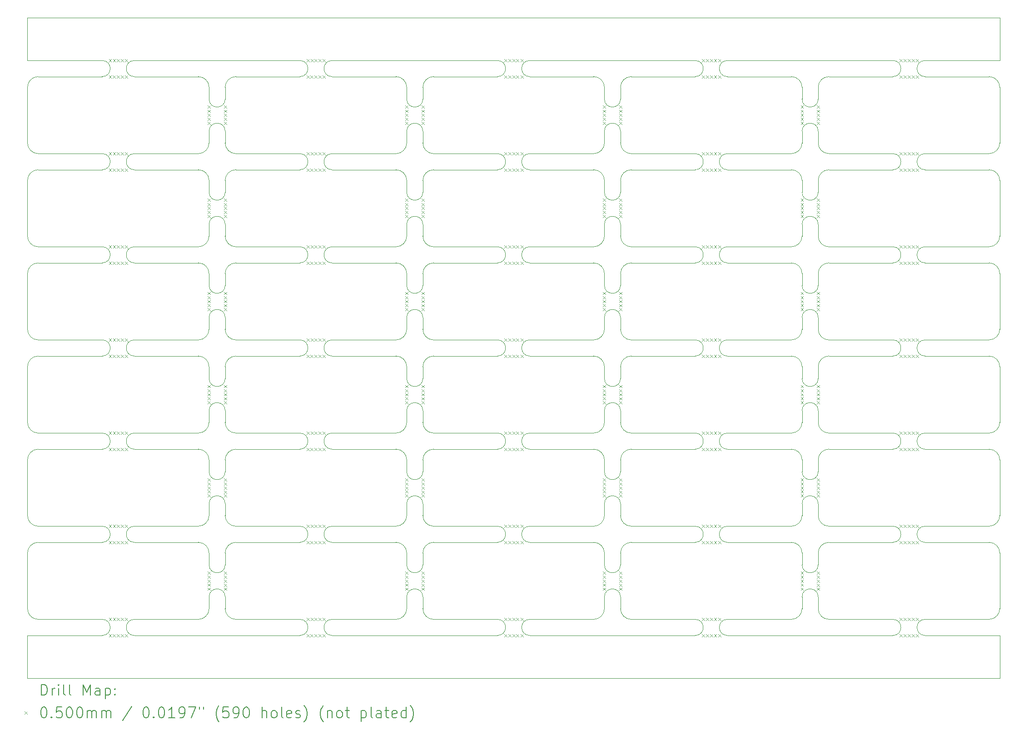
<source format=gbr>
%TF.GenerationSoftware,KiCad,Pcbnew,8.0.1*%
%TF.CreationDate,2024-05-29T13:53:18-05:00*%
%TF.ProjectId,eve PCB Project,65766520-5043-4422-9050-726f6a656374,rev?*%
%TF.SameCoordinates,Original*%
%TF.FileFunction,Drillmap*%
%TF.FilePolarity,Positive*%
%FSLAX45Y45*%
G04 Gerber Fmt 4.5, Leading zero omitted, Abs format (unit mm)*
G04 Created by KiCad (PCBNEW 8.0.1) date 2024-05-29 13:53:18*
%MOMM*%
%LPD*%
G01*
G04 APERTURE LIST*
%ADD10C,0.050000*%
%ADD11C,0.100000*%
%ADD12C,0.200000*%
G04 APERTURE END LIST*
D10*
X23120000Y-3464000D02*
X23120000Y-4264000D01*
X19736000Y-7318000D02*
X19736000Y-7536000D01*
X15552000Y-9472000D02*
X14360000Y-9472000D01*
X16052000Y-6500000D02*
X16052000Y-6718000D01*
X16252000Y-7736000D02*
G75*
G02*
X16052000Y-7536000I0J200000D01*
G01*
X10676000Y-6000000D02*
X11868000Y-6000000D01*
X14360000Y-4264000D02*
X17444000Y-4264000D01*
X8884000Y-6000000D02*
G75*
G02*
X8684000Y-5800000I0J200000D01*
G01*
X19436000Y-10790000D02*
X19436000Y-11008000D01*
X8684000Y-13444000D02*
X8684000Y-13662000D01*
X14360000Y-13244000D02*
X15552000Y-13244000D01*
X8684000Y-4764000D02*
G75*
G02*
X8884000Y-4564000I200000J0D01*
G01*
X8684000Y-14262000D02*
X8684000Y-14480000D01*
X19436000Y-9054000D02*
X19436000Y-9272000D01*
X15752000Y-10790000D02*
X15752000Y-11008000D01*
X8184000Y-13244000D02*
G75*
G02*
X8384000Y-13444000I0J-200000D01*
G01*
X12368000Y-8236000D02*
G75*
G02*
X12568000Y-8036000I200000J0D01*
G01*
X8884000Y-7736000D02*
G75*
G02*
X8684000Y-7536000I0J200000D01*
G01*
X10076000Y-7736000D02*
X8884000Y-7736000D01*
X10676000Y-4264000D02*
X13760000Y-4264000D01*
X19736000Y-13444000D02*
G75*
G02*
X19936000Y-13244000I200000J0D01*
G01*
X19936000Y-8036000D02*
X21128000Y-8036000D01*
X6992000Y-11508000D02*
X8184000Y-11508000D01*
X14360000Y-8036000D02*
X15552000Y-8036000D01*
X10076000Y-14980000D02*
X6992000Y-14980000D01*
X23120000Y-11708000D02*
X23120000Y-12744000D01*
X5000000Y-14980000D02*
X5000000Y-15780000D01*
X8384000Y-5582000D02*
X8384000Y-5800000D01*
X19736000Y-4764000D02*
X19736000Y-4982000D01*
X8684000Y-13444000D02*
G75*
G02*
X8884000Y-13244000I200000J0D01*
G01*
X5200000Y-8036000D02*
X6392000Y-8036000D01*
X12368000Y-12526000D02*
X12368000Y-12744000D01*
X12368000Y-5582000D02*
X12368000Y-5800000D01*
X16052000Y-7318000D02*
X16052000Y-7536000D01*
X19436000Y-7536000D02*
G75*
G02*
X19236000Y-7736000I-200000J0D01*
G01*
X23120000Y-12744000D02*
G75*
G02*
X22920000Y-12944000I-200000J0D01*
G01*
X5000000Y-3464000D02*
X5000000Y-4264000D01*
X21728000Y-6000000D02*
X22920000Y-6000000D01*
X15752000Y-13662000D02*
X15752000Y-13444000D01*
X6392000Y-12944000D02*
X5200000Y-12944000D01*
X12068000Y-9972000D02*
X12068000Y-10190000D01*
X12568000Y-9472000D02*
G75*
G02*
X12368000Y-9272000I0J200000D01*
G01*
X16252000Y-13244000D02*
X17444000Y-13244000D01*
X8384000Y-11008000D02*
G75*
G02*
X8184000Y-11208000I-200000J0D01*
G01*
X8684000Y-9972000D02*
G75*
G02*
X8884000Y-9772000I200000J0D01*
G01*
X10676000Y-8036000D02*
X11868000Y-8036000D01*
X19436000Y-5800000D02*
G75*
G02*
X19236000Y-6000000I-200000J0D01*
G01*
X23120000Y-14980000D02*
X21728000Y-14980000D01*
X6992000Y-9772000D02*
X8184000Y-9772000D01*
X16252000Y-6000000D02*
G75*
G02*
X16052000Y-5800000I0J200000D01*
G01*
X8384000Y-9972000D02*
X8384000Y-10190000D01*
X12368000Y-9054000D02*
X12368000Y-9272000D01*
X19436000Y-5582000D02*
X19436000Y-5800000D01*
X18044000Y-8036000D02*
X19236000Y-8036000D01*
X23120000Y-8236000D02*
X23120000Y-9272000D01*
X15752000Y-11008000D02*
G75*
G02*
X15552000Y-11208000I-200000J0D01*
G01*
X5200000Y-11508000D02*
X6392000Y-11508000D01*
X19736000Y-11708000D02*
G75*
G02*
X19936000Y-11508000I200000J0D01*
G01*
X8384000Y-10790000D02*
X8384000Y-11008000D01*
X8684000Y-8236000D02*
X8684000Y-8454000D01*
X19436000Y-13444000D02*
X19436000Y-13662000D01*
X8384000Y-8236000D02*
X8384000Y-8454000D01*
X8384000Y-12744000D02*
G75*
G02*
X8184000Y-12944000I-200000J0D01*
G01*
X12068000Y-10790000D02*
X12068000Y-11008000D01*
X15752000Y-14480000D02*
G75*
G02*
X15552000Y-14680000I-200000J0D01*
G01*
X21728000Y-14680000D02*
X22920000Y-14680000D01*
X5200000Y-12944000D02*
G75*
G02*
X5000000Y-12744000I0J200000D01*
G01*
X8884000Y-12944000D02*
G75*
G02*
X8684000Y-12744000I0J200000D01*
G01*
X16052000Y-4764000D02*
X16052000Y-4982000D01*
X8684000Y-11708000D02*
X8684000Y-11926000D01*
X8384000Y-12526000D02*
X8384000Y-12744000D01*
X5200000Y-14680000D02*
X6392000Y-14680000D01*
X18044000Y-11508000D02*
X19236000Y-11508000D01*
X15552000Y-8036000D02*
G75*
G02*
X15752000Y-8236000I0J-200000D01*
G01*
X8184000Y-12944000D02*
X6992000Y-12944000D01*
X11868000Y-8036000D02*
G75*
G02*
X12068000Y-8236000I0J-200000D01*
G01*
X16052000Y-10790000D02*
X16052000Y-11008000D01*
X16052000Y-11708000D02*
G75*
G02*
X16252000Y-11508000I200000J0D01*
G01*
X12368000Y-4764000D02*
X12368000Y-4982000D01*
X19936000Y-13244000D02*
X21128000Y-13244000D01*
X19236000Y-13244000D02*
G75*
G02*
X19436000Y-13444000I0J-200000D01*
G01*
X12068000Y-11708000D02*
X12068000Y-11926000D01*
X16052000Y-11708000D02*
X16052000Y-11926000D01*
X12368000Y-11708000D02*
X12368000Y-11926000D01*
X6992000Y-4564000D02*
X8184000Y-4564000D01*
X16052000Y-9972000D02*
G75*
G02*
X16252000Y-9772000I200000J0D01*
G01*
X5000000Y-7536000D02*
X5000000Y-6500000D01*
X19736000Y-10790000D02*
X19736000Y-11008000D01*
X19736000Y-5582000D02*
X19736000Y-5800000D01*
X16052000Y-4764000D02*
G75*
G02*
X16252000Y-4564000I200000J0D01*
G01*
X18044000Y-6300000D02*
X19236000Y-6300000D01*
X19436000Y-12744000D02*
G75*
G02*
X19236000Y-12944000I-200000J0D01*
G01*
X19436000Y-11008000D02*
G75*
G02*
X19236000Y-11208000I-200000J0D01*
G01*
X16252000Y-9472000D02*
G75*
G02*
X16052000Y-9272000I0J200000D01*
G01*
X11868000Y-12944000D02*
X10676000Y-12944000D01*
X23120000Y-4764000D02*
X23120000Y-5800000D01*
X5000000Y-9272000D02*
X5000000Y-8236000D01*
X16052000Y-9054000D02*
X16052000Y-9272000D01*
X19236000Y-4564000D02*
G75*
G02*
X19436000Y-4764000I0J-200000D01*
G01*
X11868000Y-11208000D02*
X10676000Y-11208000D01*
X19236000Y-9472000D02*
X18044000Y-9472000D01*
X6392000Y-7736000D02*
X5200000Y-7736000D01*
X19736000Y-13444000D02*
X19736000Y-13662000D01*
X8384000Y-14480000D02*
G75*
G02*
X8184000Y-14680000I-200000J0D01*
G01*
X13760000Y-14980000D02*
X10676000Y-14980000D01*
X12068000Y-6500000D02*
X12068000Y-6718000D01*
X19736000Y-12526000D02*
X19736000Y-12744000D01*
X16252000Y-6300000D02*
X17444000Y-6300000D01*
X6992000Y-4264000D02*
X10076000Y-4264000D01*
X18044000Y-14680000D02*
X19236000Y-14680000D01*
X17444000Y-11208000D02*
X16252000Y-11208000D01*
X15752000Y-9972000D02*
X15752000Y-10190000D01*
X12368000Y-9972000D02*
G75*
G02*
X12568000Y-9772000I200000J0D01*
G01*
X12368000Y-13444000D02*
X12368000Y-13662000D01*
X23120000Y-6500000D02*
X23120000Y-7536000D01*
X12068000Y-13444000D02*
X12068000Y-13662000D01*
X19736000Y-6500000D02*
X19736000Y-6718000D01*
X15752000Y-9272000D02*
G75*
G02*
X15552000Y-9472000I-200000J0D01*
G01*
X12368000Y-7318000D02*
X12368000Y-7536000D01*
X15752000Y-9054000D02*
X15752000Y-9272000D01*
X6392000Y-11208000D02*
X5200000Y-11208000D01*
X19436000Y-8236000D02*
X19436000Y-8454000D01*
X16052000Y-5582000D02*
X16052000Y-5800000D01*
X21128000Y-7736000D02*
X19936000Y-7736000D01*
X12068000Y-7318000D02*
X12068000Y-7536000D01*
X12068000Y-14262000D02*
X12068000Y-14480000D01*
X19236000Y-12944000D02*
X18044000Y-12944000D01*
X8384000Y-9054000D02*
X8384000Y-9272000D01*
X6992000Y-13244000D02*
X8184000Y-13244000D01*
X21128000Y-11208000D02*
X19936000Y-11208000D01*
X14360000Y-11508000D02*
X15552000Y-11508000D01*
X6392000Y-9472000D02*
X5200000Y-9472000D01*
X12568000Y-12944000D02*
G75*
G02*
X12368000Y-12744000I0J200000D01*
G01*
X15752000Y-5800000D02*
G75*
G02*
X15552000Y-6000000I-200000J0D01*
G01*
X14360000Y-9772000D02*
X15552000Y-9772000D01*
X16252000Y-11208000D02*
G75*
G02*
X16052000Y-11008000I0J200000D01*
G01*
X8384000Y-13444000D02*
X8384000Y-13662000D01*
X15752000Y-4764000D02*
X15752000Y-4982000D01*
X12568000Y-6000000D02*
G75*
G02*
X12368000Y-5800000I0J200000D01*
G01*
X19236000Y-7736000D02*
X18044000Y-7736000D01*
X12368000Y-6500000D02*
X12368000Y-6718000D01*
X5000000Y-11708000D02*
G75*
G02*
X5200000Y-11508000I200000J0D01*
G01*
X16052000Y-14262000D02*
X16052000Y-14480000D01*
X12068000Y-8236000D02*
X12068000Y-8454000D01*
X19436000Y-9972000D02*
X19436000Y-10190000D01*
X8684000Y-10790000D02*
X8684000Y-11008000D01*
X5200000Y-13244000D02*
X6392000Y-13244000D01*
X8884000Y-4564000D02*
X10076000Y-4564000D01*
X19436000Y-12526000D02*
X19436000Y-12744000D01*
X23120000Y-5800000D02*
G75*
G02*
X22920000Y-6000000I-200000J0D01*
G01*
X12368000Y-4764000D02*
G75*
G02*
X12568000Y-4564000I200000J0D01*
G01*
X19936000Y-6300000D02*
X21128000Y-6300000D01*
X17444000Y-9472000D02*
X16252000Y-9472000D01*
X8384000Y-6500000D02*
X8384000Y-6718000D01*
X14360000Y-4564000D02*
X15552000Y-4564000D01*
X8684000Y-9972000D02*
X8684000Y-10190000D01*
X12568000Y-8036000D02*
X13760000Y-8036000D01*
X11868000Y-13244000D02*
G75*
G02*
X12068000Y-13444000I0J-200000D01*
G01*
X23120000Y-9272000D02*
G75*
G02*
X22920000Y-9472000I-200000J0D01*
G01*
X23120000Y-14980000D02*
X23120000Y-15780000D01*
X5000000Y-6500000D02*
G75*
G02*
X5200000Y-6300000I200000J0D01*
G01*
X19936000Y-14680000D02*
X21128000Y-14680000D01*
X16252000Y-7736000D02*
X17444000Y-7736000D01*
X16052000Y-8236000D02*
G75*
G02*
X16252000Y-8036000I200000J0D01*
G01*
X11868000Y-4564000D02*
G75*
G02*
X12068000Y-4764000I0J-200000D01*
G01*
X18044000Y-4264000D02*
X21128000Y-4264000D01*
X15752000Y-6500000D02*
X15752000Y-6718000D01*
X10076000Y-11208000D02*
X8884000Y-11208000D01*
X8184000Y-11208000D02*
X6992000Y-11208000D01*
X10076000Y-9772000D02*
X8884000Y-9772000D01*
X16252000Y-14680000D02*
G75*
G02*
X16052000Y-14480000I0J200000D01*
G01*
X11868000Y-6300000D02*
G75*
G02*
X12068000Y-6500000I0J-200000D01*
G01*
X5000000Y-8236000D02*
G75*
G02*
X5200000Y-8036000I200000J0D01*
G01*
X12368000Y-13444000D02*
G75*
G02*
X12568000Y-13244000I200000J0D01*
G01*
X17444000Y-14980000D02*
X14360000Y-14980000D01*
X22920000Y-12944000D02*
X21728000Y-12944000D01*
X6992000Y-8036000D02*
X8184000Y-8036000D01*
X19236000Y-11208000D02*
X18044000Y-11208000D01*
X8684000Y-12526000D02*
X8684000Y-12744000D01*
X5000000Y-13444000D02*
G75*
G02*
X5200000Y-13244000I200000J0D01*
G01*
X21728000Y-9772000D02*
X22920000Y-9772000D01*
X8384000Y-7536000D02*
G75*
G02*
X8184000Y-7736000I-200000J0D01*
G01*
X19936000Y-9472000D02*
G75*
G02*
X19736000Y-9272000I0J200000D01*
G01*
X19436000Y-9272000D02*
G75*
G02*
X19236000Y-9472000I-200000J0D01*
G01*
X15752000Y-12526000D02*
X15752000Y-12744000D01*
X10676000Y-13244000D02*
X11868000Y-13244000D01*
X8684000Y-6500000D02*
X8684000Y-6718000D01*
X12368000Y-14262000D02*
X12368000Y-14480000D01*
X12068000Y-9054000D02*
X12068000Y-9272000D01*
X8884000Y-8036000D02*
X10076000Y-8036000D01*
X12568000Y-6000000D02*
X13760000Y-6000000D01*
X8884000Y-6300000D02*
X10076000Y-6300000D01*
X5000000Y-9972000D02*
G75*
G02*
X5200000Y-9772000I200000J0D01*
G01*
X6992000Y-6300000D02*
X8184000Y-6300000D01*
X21728000Y-11508000D02*
X22920000Y-11508000D01*
X6992000Y-6000000D02*
X8184000Y-6000000D01*
X19736000Y-9972000D02*
X19736000Y-10190000D01*
X14360000Y-11208000D02*
X15552000Y-11208000D01*
X5200000Y-6000000D02*
X6392000Y-6000000D01*
X5200000Y-7736000D02*
G75*
G02*
X5000000Y-7536000I0J200000D01*
G01*
X8884000Y-6000000D02*
X10076000Y-6000000D01*
X8384000Y-7318000D02*
X8384000Y-7536000D01*
X16252000Y-9772000D02*
X17444000Y-9772000D01*
X15552000Y-12944000D02*
X14360000Y-12944000D01*
X10676000Y-9472000D02*
X11868000Y-9472000D01*
X12068000Y-11008000D02*
G75*
G02*
X11868000Y-11208000I-200000J0D01*
G01*
X12568000Y-13244000D02*
X13760000Y-13244000D01*
X10676000Y-6300000D02*
X11868000Y-6300000D01*
X8384000Y-4764000D02*
X8384000Y-4982000D01*
X5200000Y-6000000D02*
G75*
G02*
X5000000Y-5800000I0J200000D01*
G01*
X19436000Y-6500000D02*
X19436000Y-6718000D01*
X22920000Y-11208000D02*
X21728000Y-11208000D01*
X16252000Y-12944000D02*
G75*
G02*
X16052000Y-12744000I0J200000D01*
G01*
X18044000Y-4564000D02*
X19236000Y-4564000D01*
X14360000Y-6000000D02*
X15552000Y-6000000D01*
X16052000Y-8236000D02*
X16052000Y-8454000D01*
X8884000Y-14680000D02*
X10076000Y-14680000D01*
X8684000Y-4764000D02*
X8684000Y-4982000D01*
X19936000Y-11508000D02*
X21128000Y-11508000D01*
X16252000Y-4564000D02*
X17444000Y-4564000D01*
X19236000Y-9772000D02*
G75*
G02*
X19436000Y-9972000I0J-200000D01*
G01*
X5200000Y-11208000D02*
G75*
G02*
X5000000Y-11008000I0J200000D01*
G01*
X8884000Y-9472000D02*
X10076000Y-9472000D01*
X8184000Y-7736000D02*
X6992000Y-7736000D01*
X8684000Y-7318000D02*
X8684000Y-7536000D01*
X10676000Y-4564000D02*
X11868000Y-4564000D01*
X12368000Y-10790000D02*
X12368000Y-11008000D01*
X15552000Y-4564000D02*
G75*
G02*
X15752000Y-4764000I0J-200000D01*
G01*
X19736000Y-8236000D02*
G75*
G02*
X19936000Y-8036000I200000J0D01*
G01*
X12568000Y-9772000D02*
X13760000Y-9772000D01*
X10676000Y-14680000D02*
X11868000Y-14680000D01*
X16252000Y-11508000D02*
X17444000Y-11508000D01*
X13760000Y-9472000D02*
X12568000Y-9472000D01*
X23120000Y-13444000D02*
X23120000Y-14480000D01*
X5000000Y-4264000D02*
X6392000Y-4264000D01*
X8184000Y-9772000D02*
G75*
G02*
X8384000Y-9972000I0J-200000D01*
G01*
X15752000Y-14262000D02*
X15752000Y-14480000D01*
X15752000Y-8236000D02*
X15752000Y-8454000D01*
X19736000Y-11708000D02*
X19736000Y-11926000D01*
X5200000Y-9772000D02*
X6392000Y-9772000D01*
X14360000Y-14680000D02*
X15552000Y-14680000D01*
X11868000Y-9772000D02*
G75*
G02*
X12068000Y-9972000I0J-200000D01*
G01*
X12068000Y-5582000D02*
X12068000Y-5800000D01*
X5000000Y-12744000D02*
X5000000Y-11708000D01*
X19736000Y-6500000D02*
G75*
G02*
X19936000Y-6300000I200000J0D01*
G01*
X12568000Y-6300000D02*
X13760000Y-6300000D01*
X12568000Y-7736000D02*
G75*
G02*
X12368000Y-7536000I0J200000D01*
G01*
X12068000Y-9272000D02*
G75*
G02*
X11868000Y-9472000I-200000J0D01*
G01*
X5000000Y-14480000D02*
X5000000Y-13444000D01*
X12068000Y-12526000D02*
X12068000Y-12744000D01*
X8184000Y-4564000D02*
G75*
G02*
X8384000Y-4764000I0J-200000D01*
G01*
X22920000Y-7736000D02*
X21728000Y-7736000D01*
X5200000Y-6300000D02*
X6392000Y-6300000D01*
X18044000Y-6000000D02*
X19236000Y-6000000D01*
X8384000Y-9272000D02*
G75*
G02*
X8184000Y-9472000I-200000J0D01*
G01*
X19936000Y-6000000D02*
G75*
G02*
X19736000Y-5800000I0J200000D01*
G01*
X6392000Y-14980000D02*
X5000000Y-14980000D01*
X8384000Y-11708000D02*
X8384000Y-11926000D01*
X22920000Y-8036000D02*
G75*
G02*
X23120000Y-8236000I0J-200000D01*
G01*
X16052000Y-9972000D02*
X16052000Y-10190000D01*
X23120000Y-7536000D02*
G75*
G02*
X22920000Y-7736000I-200000J0D01*
G01*
X21728000Y-4564000D02*
X22920000Y-4564000D01*
X11868000Y-11508000D02*
G75*
G02*
X12068000Y-11708000I0J-200000D01*
G01*
X5200000Y-9472000D02*
G75*
G02*
X5000000Y-9272000I0J200000D01*
G01*
X5200000Y-14680000D02*
G75*
G02*
X5000000Y-14480000I0J200000D01*
G01*
X22920000Y-4564000D02*
G75*
G02*
X23120000Y-4764000I0J-200000D01*
G01*
X22920000Y-11508000D02*
G75*
G02*
X23120000Y-11708000I0J-200000D01*
G01*
X19936000Y-6000000D02*
X21128000Y-6000000D01*
X8384000Y-5800000D02*
G75*
G02*
X8184000Y-6000000I-200000J0D01*
G01*
X13760000Y-7736000D02*
X12568000Y-7736000D01*
X19436000Y-7318000D02*
X19436000Y-7536000D01*
X16252000Y-14680000D02*
X17444000Y-14680000D01*
X16052000Y-6500000D02*
G75*
G02*
X16252000Y-6300000I200000J0D01*
G01*
X19236000Y-8036000D02*
G75*
G02*
X19436000Y-8236000I0J-200000D01*
G01*
X19236000Y-11508000D02*
G75*
G02*
X19436000Y-11708000I0J-200000D01*
G01*
X19736000Y-9054000D02*
X19736000Y-9272000D01*
X19436000Y-11708000D02*
X19436000Y-11926000D01*
X12568000Y-4564000D02*
X13760000Y-4564000D01*
X19736000Y-4764000D02*
G75*
G02*
X19936000Y-4564000I200000J0D01*
G01*
X15752000Y-11708000D02*
X15752000Y-11926000D01*
X15552000Y-7736000D02*
X14360000Y-7736000D01*
X15552000Y-11508000D02*
G75*
G02*
X15752000Y-11708000I0J-200000D01*
G01*
X8184000Y-8036000D02*
G75*
G02*
X8384000Y-8236000I0J-200000D01*
G01*
X11868000Y-7736000D02*
X10676000Y-7736000D01*
X23120000Y-11008000D02*
G75*
G02*
X22920000Y-11208000I-200000J0D01*
G01*
X8184000Y-6300000D02*
G75*
G02*
X8384000Y-6500000I0J-200000D01*
G01*
X12568000Y-14680000D02*
G75*
G02*
X12368000Y-14480000I0J200000D01*
G01*
X19736000Y-9972000D02*
G75*
G02*
X19936000Y-9772000I200000J0D01*
G01*
X8884000Y-13244000D02*
X10076000Y-13244000D01*
X10076000Y-12944000D02*
X8884000Y-12944000D01*
X8884000Y-9472000D02*
G75*
G02*
X8684000Y-9272000I0J200000D01*
G01*
X21728000Y-8036000D02*
X22920000Y-8036000D01*
X12568000Y-11208000D02*
G75*
G02*
X12368000Y-11008000I0J200000D01*
G01*
X19936000Y-11208000D02*
G75*
G02*
X19736000Y-11008000I0J200000D01*
G01*
X22920000Y-9472000D02*
X21728000Y-9472000D01*
X12068000Y-14480000D02*
G75*
G02*
X11868000Y-14680000I-200000J0D01*
G01*
X19736000Y-14262000D02*
X19736000Y-14480000D01*
X6992000Y-14680000D02*
X8184000Y-14680000D01*
X16252000Y-8036000D02*
X17444000Y-8036000D01*
X19936000Y-4564000D02*
X21128000Y-4564000D01*
X11868000Y-9772000D02*
X10676000Y-9772000D01*
X19936000Y-12944000D02*
G75*
G02*
X19736000Y-12744000I0J200000D01*
G01*
X19936000Y-9472000D02*
X21128000Y-9472000D01*
X19436000Y-4764000D02*
X19436000Y-4982000D01*
X13760000Y-12944000D02*
X12568000Y-12944000D01*
X15752000Y-5582000D02*
X15752000Y-5800000D01*
X21728000Y-13244000D02*
X22920000Y-13244000D01*
X5200000Y-4564000D02*
X6392000Y-4564000D01*
X8684000Y-6500000D02*
G75*
G02*
X8884000Y-6300000I200000J0D01*
G01*
X12368000Y-6500000D02*
G75*
G02*
X12568000Y-6300000I200000J0D01*
G01*
X16052000Y-12526000D02*
X16052000Y-12744000D01*
X8184000Y-9472000D02*
X6992000Y-9472000D01*
X12068000Y-4764000D02*
X12068000Y-4982000D01*
X18044000Y-13244000D02*
X19236000Y-13244000D01*
X5000000Y-11008000D02*
X5000000Y-9972000D01*
X5000000Y-15780000D02*
X23120000Y-15780000D01*
X22920000Y-6300000D02*
G75*
G02*
X23120000Y-6500000I0J-200000D01*
G01*
X22920000Y-13244000D02*
G75*
G02*
X23120000Y-13444000I0J-200000D01*
G01*
X12368000Y-8236000D02*
X12368000Y-8454000D01*
X8884000Y-11508000D02*
X10076000Y-11508000D01*
X19436000Y-14262000D02*
X19436000Y-14480000D01*
X19936000Y-9772000D02*
X21128000Y-9772000D01*
X15552000Y-6300000D02*
G75*
G02*
X15752000Y-6500000I0J-200000D01*
G01*
X15752000Y-7536000D02*
G75*
G02*
X15552000Y-7736000I-200000J0D01*
G01*
X15752000Y-12744000D02*
G75*
G02*
X15552000Y-12944000I-200000J0D01*
G01*
X16252000Y-6000000D02*
X17444000Y-6000000D01*
X22920000Y-9772000D02*
G75*
G02*
X23120000Y-9972000I0J-200000D01*
G01*
X23120000Y-9972000D02*
X23120000Y-11008000D01*
X19236000Y-6300000D02*
G75*
G02*
X19436000Y-6500000I0J-200000D01*
G01*
X19436000Y-14480000D02*
G75*
G02*
X19236000Y-14680000I-200000J0D01*
G01*
X16052000Y-13662000D02*
X16052000Y-13444000D01*
X8884000Y-11208000D02*
G75*
G02*
X8684000Y-11008000I0J200000D01*
G01*
X5000000Y-3464000D02*
X23120000Y-3464000D01*
X8684000Y-5582000D02*
X8684000Y-5800000D01*
X5000000Y-4764000D02*
G75*
G02*
X5200000Y-4564000I200000J0D01*
G01*
X12068000Y-12744000D02*
G75*
G02*
X11868000Y-12944000I-200000J0D01*
G01*
X19736000Y-8236000D02*
X19736000Y-8454000D01*
X23120000Y-14480000D02*
G75*
G02*
X22920000Y-14680000I-200000J0D01*
G01*
X14360000Y-6300000D02*
X15552000Y-6300000D01*
X16052000Y-13444000D02*
G75*
G02*
X16252000Y-13244000I200000J0D01*
G01*
X8884000Y-14680000D02*
G75*
G02*
X8684000Y-14480000I0J200000D01*
G01*
X19936000Y-14680000D02*
G75*
G02*
X19736000Y-14480000I0J200000D01*
G01*
X8184000Y-11508000D02*
G75*
G02*
X8384000Y-11708000I0J-200000D01*
G01*
X5000000Y-5800000D02*
X5000000Y-4764000D01*
X8684000Y-11708000D02*
G75*
G02*
X8884000Y-11508000I200000J0D01*
G01*
X21728000Y-6300000D02*
X22920000Y-6300000D01*
X8684000Y-8236000D02*
G75*
G02*
X8884000Y-8036000I200000J0D01*
G01*
X12568000Y-11208000D02*
X13760000Y-11208000D01*
X15752000Y-7318000D02*
X15752000Y-7536000D01*
X8684000Y-9054000D02*
X8684000Y-9272000D01*
X15552000Y-9772000D02*
G75*
G02*
X15752000Y-9972000I0J-200000D01*
G01*
X21128000Y-12944000D02*
X19936000Y-12944000D01*
X12568000Y-14680000D02*
X13760000Y-14680000D01*
X19936000Y-7736000D02*
G75*
G02*
X19736000Y-7536000I0J200000D01*
G01*
X10676000Y-11508000D02*
X11868000Y-11508000D01*
X21728000Y-4264000D02*
X23120000Y-4264000D01*
X12068000Y-5800000D02*
G75*
G02*
X11868000Y-6000000I-200000J0D01*
G01*
X12368000Y-11708000D02*
G75*
G02*
X12568000Y-11508000I200000J0D01*
G01*
X12568000Y-11508000D02*
X13760000Y-11508000D01*
X8384000Y-14262000D02*
X8384000Y-14480000D01*
X15552000Y-13244000D02*
G75*
G02*
X15752000Y-13444000I0J-200000D01*
G01*
X17444000Y-12944000D02*
X16252000Y-12944000D01*
X21128000Y-14980000D02*
X18044000Y-14980000D01*
X12068000Y-7536000D02*
G75*
G02*
X11868000Y-7736000I-200000J0D01*
G01*
X12368000Y-9972000D02*
X12368000Y-10190000D01*
X18044000Y-9772000D02*
X19236000Y-9772000D01*
X17444000Y-9472000D02*
G75*
G02*
X17444000Y-9772000I0J-150000D01*
G01*
X18044000Y-9772000D02*
G75*
G02*
X18044000Y-9472000I0J150000D01*
G01*
X17444000Y-11208000D02*
G75*
G02*
X17444000Y-11508000I0J-150000D01*
G01*
X18044000Y-11508000D02*
G75*
G02*
X18044000Y-11208000I0J150000D01*
G01*
X21128000Y-4264000D02*
G75*
G02*
X21128000Y-4564000I0J-150000D01*
G01*
X21728000Y-4564000D02*
G75*
G02*
X21728000Y-4264000I0J150000D01*
G01*
D11*
X15752000Y-9054000D02*
G75*
G02*
X16052000Y-9054000I150000J0D01*
G01*
X16052000Y-8454000D02*
G75*
G02*
X15752000Y-8454000I-150000J0D01*
G01*
X12068000Y-9054000D02*
G75*
G02*
X12368000Y-9054000I150000J0D01*
G01*
X12368000Y-8454000D02*
G75*
G02*
X12068000Y-8454000I-150000J0D01*
G01*
D10*
X10076000Y-9472000D02*
G75*
G02*
X10076000Y-9772000I0J-150000D01*
G01*
X10676000Y-9772000D02*
G75*
G02*
X10676000Y-9472000I0J150000D01*
G01*
D11*
X19436000Y-14262000D02*
G75*
G02*
X19736000Y-14262000I150000J0D01*
G01*
X19736000Y-13662000D02*
G75*
G02*
X19436000Y-13662000I-150000J0D01*
G01*
D10*
X10076000Y-11208000D02*
G75*
G02*
X10076000Y-11508000I0J-150000D01*
G01*
X10676000Y-11508000D02*
G75*
G02*
X10676000Y-11208000I0J150000D01*
G01*
D11*
X12068000Y-7318000D02*
G75*
G02*
X12368000Y-7318000I150000J0D01*
G01*
X12368000Y-6718000D02*
G75*
G02*
X12068000Y-6718000I-150000J0D01*
G01*
D10*
X6392000Y-4264000D02*
G75*
G02*
X6392000Y-4564000I0J-150000D01*
G01*
X6992000Y-4564000D02*
G75*
G02*
X6992000Y-4264000I0J150000D01*
G01*
D11*
X19436000Y-12526000D02*
G75*
G02*
X19736000Y-12526000I150000J0D01*
G01*
X19736000Y-11926000D02*
G75*
G02*
X19436000Y-11926000I-150000J0D01*
G01*
X15752000Y-7318000D02*
G75*
G02*
X16052000Y-7318000I150000J0D01*
G01*
X16052000Y-6718000D02*
G75*
G02*
X15752000Y-6718000I-150000J0D01*
G01*
X15752000Y-14262000D02*
G75*
G02*
X16052000Y-14262000I150000J0D01*
G01*
X16052000Y-13662000D02*
G75*
G02*
X15752000Y-13662000I-150000J0D01*
G01*
D10*
X13760000Y-9472000D02*
G75*
G02*
X13760000Y-9772000I0J-150000D01*
G01*
X14360000Y-9772000D02*
G75*
G02*
X14360000Y-9472000I0J150000D01*
G01*
D11*
X12068000Y-5582000D02*
G75*
G02*
X12368000Y-5582000I150000J0D01*
G01*
X12368000Y-4982000D02*
G75*
G02*
X12068000Y-4982000I-150000J0D01*
G01*
D10*
X21128000Y-11208000D02*
G75*
G02*
X21128000Y-11508000I0J-150000D01*
G01*
X21728000Y-11508000D02*
G75*
G02*
X21728000Y-11208000I0J150000D01*
G01*
X10076000Y-6000000D02*
G75*
G02*
X10076000Y-6300000I0J-150000D01*
G01*
X10676000Y-6300000D02*
G75*
G02*
X10676000Y-6000000I0J150000D01*
G01*
X21128000Y-9472000D02*
G75*
G02*
X21128000Y-9772000I0J-150000D01*
G01*
X21728000Y-9772000D02*
G75*
G02*
X21728000Y-9472000I0J150000D01*
G01*
X21128000Y-14680000D02*
G75*
G02*
X21128000Y-14980000I0J-150000D01*
G01*
X21728000Y-14980000D02*
G75*
G02*
X21728000Y-14680000I0J150000D01*
G01*
X10076000Y-7736000D02*
G75*
G02*
X10076000Y-8036000I0J-150000D01*
G01*
X10676000Y-8036000D02*
G75*
G02*
X10676000Y-7736000I0J150000D01*
G01*
X19436000Y-5582000D02*
G75*
G02*
X19736000Y-5582000I150000J0D01*
G01*
X19736000Y-4982000D02*
G75*
G02*
X19436000Y-4982000I-150000J0D01*
G01*
D11*
X15752000Y-10790000D02*
G75*
G02*
X16052000Y-10790000I150000J0D01*
G01*
X16052000Y-10190000D02*
G75*
G02*
X15752000Y-10190000I-150000J0D01*
G01*
D10*
X13760000Y-11208000D02*
G75*
G02*
X13760000Y-11508000I0J-150000D01*
G01*
X14360000Y-11508000D02*
G75*
G02*
X14360000Y-11208000I0J150000D01*
G01*
X21128000Y-12944000D02*
G75*
G02*
X21128000Y-13244000I0J-150000D01*
G01*
X21728000Y-13244000D02*
G75*
G02*
X21728000Y-12944000I0J150000D01*
G01*
D11*
X19436000Y-9054000D02*
G75*
G02*
X19736000Y-9054000I150000J0D01*
G01*
X19736000Y-8454000D02*
G75*
G02*
X19436000Y-8454000I-150000J0D01*
G01*
D10*
X6392000Y-14680000D02*
G75*
G02*
X6392000Y-14980000I0J-150000D01*
G01*
X6992000Y-14980000D02*
G75*
G02*
X6992000Y-14680000I0J150000D01*
G01*
X17444000Y-6000000D02*
G75*
G02*
X17444000Y-6300000I0J-150000D01*
G01*
X18044000Y-6300000D02*
G75*
G02*
X18044000Y-6000000I0J150000D01*
G01*
D11*
X8384000Y-12526000D02*
G75*
G02*
X8684000Y-12526000I150000J0D01*
G01*
X8684000Y-11926000D02*
G75*
G02*
X8384000Y-11926000I-150000J0D01*
G01*
D10*
X10076000Y-12944000D02*
G75*
G02*
X10076000Y-13244000I0J-150000D01*
G01*
X10676000Y-13244000D02*
G75*
G02*
X10676000Y-12944000I0J150000D01*
G01*
X10076000Y-14680000D02*
G75*
G02*
X10076000Y-14980000I0J-150000D01*
G01*
X10676000Y-14980000D02*
G75*
G02*
X10676000Y-14680000I0J150000D01*
G01*
X13760000Y-14680000D02*
G75*
G02*
X13760000Y-14980000I0J-150000D01*
G01*
X14360000Y-14980000D02*
G75*
G02*
X14360000Y-14680000I0J150000D01*
G01*
X21128000Y-6000000D02*
G75*
G02*
X21128000Y-6300000I0J-150000D01*
G01*
X21728000Y-6300000D02*
G75*
G02*
X21728000Y-6000000I0J150000D01*
G01*
X6392000Y-6000000D02*
G75*
G02*
X6392000Y-6300000I0J-150000D01*
G01*
X6992000Y-6300000D02*
G75*
G02*
X6992000Y-6000000I0J150000D01*
G01*
X8384000Y-7318000D02*
G75*
G02*
X8684000Y-7318000I150000J0D01*
G01*
X8684000Y-6718000D02*
G75*
G02*
X8384000Y-6718000I-150000J0D01*
G01*
X10076000Y-4264000D02*
G75*
G02*
X10076000Y-4564000I0J-150000D01*
G01*
X10676000Y-4564000D02*
G75*
G02*
X10676000Y-4264000I0J150000D01*
G01*
X13760000Y-6000000D02*
G75*
G02*
X13760000Y-6300000I0J-150000D01*
G01*
X14360000Y-6300000D02*
G75*
G02*
X14360000Y-6000000I0J150000D01*
G01*
X6392000Y-11208000D02*
G75*
G02*
X6392000Y-11508000I0J-150000D01*
G01*
X6992000Y-11508000D02*
G75*
G02*
X6992000Y-11208000I0J150000D01*
G01*
D11*
X15752000Y-5582000D02*
G75*
G02*
X16052000Y-5582000I150000J0D01*
G01*
X16052000Y-4982000D02*
G75*
G02*
X15752000Y-4982000I-150000J0D01*
G01*
D10*
X21128000Y-7736000D02*
G75*
G02*
X21128000Y-8036000I0J-150000D01*
G01*
X21728000Y-8036000D02*
G75*
G02*
X21728000Y-7736000I0J150000D01*
G01*
D11*
X19436000Y-10790000D02*
G75*
G02*
X19736000Y-10790000I150000J0D01*
G01*
X19736000Y-10190000D02*
G75*
G02*
X19436000Y-10190000I-150000J0D01*
G01*
X8384000Y-9054000D02*
G75*
G02*
X8684000Y-9054000I150000J0D01*
G01*
X8684000Y-8454000D02*
G75*
G02*
X8384000Y-8454000I-150000J0D01*
G01*
D10*
X17444000Y-4264000D02*
G75*
G02*
X17444000Y-4564000I0J-150000D01*
G01*
X18044000Y-4564000D02*
G75*
G02*
X18044000Y-4264000I0J150000D01*
G01*
X6392000Y-9472000D02*
G75*
G02*
X6392000Y-9772000I0J-150000D01*
G01*
X6992000Y-9772000D02*
G75*
G02*
X6992000Y-9472000I0J150000D01*
G01*
X17444000Y-12944000D02*
G75*
G02*
X17444000Y-13244000I0J-150000D01*
G01*
X18044000Y-13244000D02*
G75*
G02*
X18044000Y-12944000I0J150000D01*
G01*
D11*
X8384000Y-14262000D02*
G75*
G02*
X8684000Y-14262000I150000J0D01*
G01*
X8684000Y-13662000D02*
G75*
G02*
X8384000Y-13662000I-150000J0D01*
G01*
X8384000Y-10790000D02*
G75*
G02*
X8684000Y-10790000I150000J0D01*
G01*
X8684000Y-10190000D02*
G75*
G02*
X8384000Y-10190000I-150000J0D01*
G01*
X8384000Y-5582000D02*
G75*
G02*
X8684000Y-5582000I150000J0D01*
G01*
X8684000Y-4982000D02*
G75*
G02*
X8384000Y-4982000I-150000J0D01*
G01*
X15752000Y-12526000D02*
G75*
G02*
X16052000Y-12526000I150000J0D01*
G01*
X16052000Y-11926000D02*
G75*
G02*
X15752000Y-11926000I-150000J0D01*
G01*
D10*
X13760000Y-7736000D02*
G75*
G02*
X13760000Y-8036000I0J-150000D01*
G01*
X14360000Y-8036000D02*
G75*
G02*
X14360000Y-7736000I0J150000D01*
G01*
X13760000Y-4264000D02*
G75*
G02*
X13760000Y-4564000I0J-150000D01*
G01*
X14360000Y-4564000D02*
G75*
G02*
X14360000Y-4264000I0J150000D01*
G01*
D11*
X12068000Y-10790000D02*
G75*
G02*
X12368000Y-10790000I150000J0D01*
G01*
X12368000Y-10190000D02*
G75*
G02*
X12068000Y-10190000I-150000J0D01*
G01*
D10*
X13760000Y-12944000D02*
G75*
G02*
X13760000Y-13244000I0J-150000D01*
G01*
X14360000Y-13244000D02*
G75*
G02*
X14360000Y-12944000I0J150000D01*
G01*
X6392000Y-7736000D02*
G75*
G02*
X6392000Y-8036000I0J-150000D01*
G01*
X6992000Y-8036000D02*
G75*
G02*
X6992000Y-7736000I0J150000D01*
G01*
X17444000Y-7736000D02*
G75*
G02*
X17444000Y-8036000I0J-150000D01*
G01*
X18044000Y-8036000D02*
G75*
G02*
X18044000Y-7736000I0J150000D01*
G01*
D11*
X12068000Y-14262000D02*
G75*
G02*
X12368000Y-14262000I150000J0D01*
G01*
X12368000Y-13662000D02*
G75*
G02*
X12068000Y-13662000I-150000J0D01*
G01*
X19436000Y-7318000D02*
G75*
G02*
X19736000Y-7318000I150000J0D01*
G01*
X19736000Y-6718000D02*
G75*
G02*
X19436000Y-6718000I-150000J0D01*
G01*
D10*
X6392000Y-12944000D02*
G75*
G02*
X6392000Y-13244000I0J-150000D01*
G01*
X6992000Y-13244000D02*
G75*
G02*
X6992000Y-12944000I0J150000D01*
G01*
X17444000Y-14680000D02*
G75*
G02*
X17444000Y-14980000I0J-150000D01*
G01*
X18044000Y-14980000D02*
G75*
G02*
X18044000Y-14680000I0J150000D01*
G01*
D11*
X12068000Y-12526000D02*
G75*
G02*
X12368000Y-12526000I150000J0D01*
G01*
X12368000Y-11926000D02*
G75*
G02*
X12068000Y-11926000I-150000J0D01*
G01*
D12*
D11*
X6515800Y-4239000D02*
X6565800Y-4289000D01*
X6565800Y-4239000D02*
X6515800Y-4289000D01*
X6515800Y-4539000D02*
X6565800Y-4589000D01*
X6565800Y-4539000D02*
X6515800Y-4589000D01*
X6515800Y-5975000D02*
X6565800Y-6025000D01*
X6565800Y-5975000D02*
X6515800Y-6025000D01*
X6515800Y-6275000D02*
X6565800Y-6325000D01*
X6565800Y-6275000D02*
X6515800Y-6325000D01*
X6515800Y-7711000D02*
X6565800Y-7761000D01*
X6565800Y-7711000D02*
X6515800Y-7761000D01*
X6515800Y-8011000D02*
X6565800Y-8061000D01*
X6565800Y-8011000D02*
X6515800Y-8061000D01*
X6515800Y-9447000D02*
X6565800Y-9497000D01*
X6565800Y-9447000D02*
X6515800Y-9497000D01*
X6515800Y-9747000D02*
X6565800Y-9797000D01*
X6565800Y-9747000D02*
X6515800Y-9797000D01*
X6515800Y-11183000D02*
X6565800Y-11233000D01*
X6565800Y-11183000D02*
X6515800Y-11233000D01*
X6515800Y-11483000D02*
X6565800Y-11533000D01*
X6565800Y-11483000D02*
X6515800Y-11533000D01*
X6515800Y-12919000D02*
X6565800Y-12969000D01*
X6565800Y-12919000D02*
X6515800Y-12969000D01*
X6515800Y-13219000D02*
X6565800Y-13269000D01*
X6565800Y-13219000D02*
X6515800Y-13269000D01*
X6515800Y-14655000D02*
X6565800Y-14705000D01*
X6565800Y-14655000D02*
X6515800Y-14705000D01*
X6515800Y-14955000D02*
X6565800Y-15005000D01*
X6565800Y-14955000D02*
X6515800Y-15005000D01*
X6590800Y-4539000D02*
X6640800Y-4589000D01*
X6640800Y-4539000D02*
X6590800Y-4589000D01*
X6590800Y-6275000D02*
X6640800Y-6325000D01*
X6640800Y-6275000D02*
X6590800Y-6325000D01*
X6590800Y-8011000D02*
X6640800Y-8061000D01*
X6640800Y-8011000D02*
X6590800Y-8061000D01*
X6590800Y-9747000D02*
X6640800Y-9797000D01*
X6640800Y-9747000D02*
X6590800Y-9797000D01*
X6590800Y-11483000D02*
X6640800Y-11533000D01*
X6640800Y-11483000D02*
X6590800Y-11533000D01*
X6590800Y-13219000D02*
X6640800Y-13269000D01*
X6640800Y-13219000D02*
X6590800Y-13269000D01*
X6590800Y-14955000D02*
X6640800Y-15005000D01*
X6640800Y-14955000D02*
X6590800Y-15005000D01*
X6592000Y-4239000D02*
X6642000Y-4289000D01*
X6642000Y-4239000D02*
X6592000Y-4289000D01*
X6592000Y-5975000D02*
X6642000Y-6025000D01*
X6642000Y-5975000D02*
X6592000Y-6025000D01*
X6592000Y-7711000D02*
X6642000Y-7761000D01*
X6642000Y-7711000D02*
X6592000Y-7761000D01*
X6592000Y-9447000D02*
X6642000Y-9497000D01*
X6642000Y-9447000D02*
X6592000Y-9497000D01*
X6592000Y-11183000D02*
X6642000Y-11233000D01*
X6642000Y-11183000D02*
X6592000Y-11233000D01*
X6592000Y-12919000D02*
X6642000Y-12969000D01*
X6642000Y-12919000D02*
X6592000Y-12969000D01*
X6592000Y-14655000D02*
X6642000Y-14705000D01*
X6642000Y-14655000D02*
X6592000Y-14705000D01*
X6667000Y-4239000D02*
X6717000Y-4289000D01*
X6717000Y-4239000D02*
X6667000Y-4289000D01*
X6667000Y-4539000D02*
X6717000Y-4589000D01*
X6717000Y-4539000D02*
X6667000Y-4589000D01*
X6667000Y-5975000D02*
X6717000Y-6025000D01*
X6717000Y-5975000D02*
X6667000Y-6025000D01*
X6667000Y-6275000D02*
X6717000Y-6325000D01*
X6717000Y-6275000D02*
X6667000Y-6325000D01*
X6667000Y-7711000D02*
X6717000Y-7761000D01*
X6717000Y-7711000D02*
X6667000Y-7761000D01*
X6667000Y-8011000D02*
X6717000Y-8061000D01*
X6717000Y-8011000D02*
X6667000Y-8061000D01*
X6667000Y-9447000D02*
X6717000Y-9497000D01*
X6717000Y-9447000D02*
X6667000Y-9497000D01*
X6667000Y-9747000D02*
X6717000Y-9797000D01*
X6717000Y-9747000D02*
X6667000Y-9797000D01*
X6667000Y-11183000D02*
X6717000Y-11233000D01*
X6717000Y-11183000D02*
X6667000Y-11233000D01*
X6667000Y-11483000D02*
X6717000Y-11533000D01*
X6717000Y-11483000D02*
X6667000Y-11533000D01*
X6667000Y-12919000D02*
X6717000Y-12969000D01*
X6717000Y-12919000D02*
X6667000Y-12969000D01*
X6667000Y-13219000D02*
X6717000Y-13269000D01*
X6717000Y-13219000D02*
X6667000Y-13269000D01*
X6667000Y-14655000D02*
X6717000Y-14705000D01*
X6717000Y-14655000D02*
X6667000Y-14705000D01*
X6667000Y-14955000D02*
X6717000Y-15005000D01*
X6717000Y-14955000D02*
X6667000Y-15005000D01*
X6742000Y-4239000D02*
X6792000Y-4289000D01*
X6792000Y-4239000D02*
X6742000Y-4289000D01*
X6742000Y-4539000D02*
X6792000Y-4589000D01*
X6792000Y-4539000D02*
X6742000Y-4589000D01*
X6742000Y-5975000D02*
X6792000Y-6025000D01*
X6792000Y-5975000D02*
X6742000Y-6025000D01*
X6742000Y-6275000D02*
X6792000Y-6325000D01*
X6792000Y-6275000D02*
X6742000Y-6325000D01*
X6742000Y-7711000D02*
X6792000Y-7761000D01*
X6792000Y-7711000D02*
X6742000Y-7761000D01*
X6742000Y-8011000D02*
X6792000Y-8061000D01*
X6792000Y-8011000D02*
X6742000Y-8061000D01*
X6742000Y-9447000D02*
X6792000Y-9497000D01*
X6792000Y-9447000D02*
X6742000Y-9497000D01*
X6742000Y-9747000D02*
X6792000Y-9797000D01*
X6792000Y-9747000D02*
X6742000Y-9797000D01*
X6742000Y-11183000D02*
X6792000Y-11233000D01*
X6792000Y-11183000D02*
X6742000Y-11233000D01*
X6742000Y-11483000D02*
X6792000Y-11533000D01*
X6792000Y-11483000D02*
X6742000Y-11533000D01*
X6742000Y-12919000D02*
X6792000Y-12969000D01*
X6792000Y-12919000D02*
X6742000Y-12969000D01*
X6742000Y-13219000D02*
X6792000Y-13269000D01*
X6792000Y-13219000D02*
X6742000Y-13269000D01*
X6742000Y-14655000D02*
X6792000Y-14705000D01*
X6792000Y-14655000D02*
X6742000Y-14705000D01*
X6742000Y-14955000D02*
X6792000Y-15005000D01*
X6792000Y-14955000D02*
X6742000Y-15005000D01*
X6819400Y-4239000D02*
X6869400Y-4289000D01*
X6869400Y-4239000D02*
X6819400Y-4289000D01*
X6819400Y-4539000D02*
X6869400Y-4589000D01*
X6869400Y-4539000D02*
X6819400Y-4589000D01*
X6819400Y-5975000D02*
X6869400Y-6025000D01*
X6869400Y-5975000D02*
X6819400Y-6025000D01*
X6819400Y-6275000D02*
X6869400Y-6325000D01*
X6869400Y-6275000D02*
X6819400Y-6325000D01*
X6819400Y-7711000D02*
X6869400Y-7761000D01*
X6869400Y-7711000D02*
X6819400Y-7761000D01*
X6819400Y-8011000D02*
X6869400Y-8061000D01*
X6869400Y-8011000D02*
X6819400Y-8061000D01*
X6819400Y-9447000D02*
X6869400Y-9497000D01*
X6869400Y-9447000D02*
X6819400Y-9497000D01*
X6819400Y-9747000D02*
X6869400Y-9797000D01*
X6869400Y-9747000D02*
X6819400Y-9797000D01*
X6819400Y-11183000D02*
X6869400Y-11233000D01*
X6869400Y-11183000D02*
X6819400Y-11233000D01*
X6819400Y-11483000D02*
X6869400Y-11533000D01*
X6869400Y-11483000D02*
X6819400Y-11533000D01*
X6819400Y-12919000D02*
X6869400Y-12969000D01*
X6869400Y-12919000D02*
X6819400Y-12969000D01*
X6819400Y-13219000D02*
X6869400Y-13269000D01*
X6869400Y-13219000D02*
X6819400Y-13269000D01*
X6819400Y-14655000D02*
X6869400Y-14705000D01*
X6869400Y-14655000D02*
X6819400Y-14705000D01*
X6819400Y-14955000D02*
X6869400Y-15005000D01*
X6869400Y-14955000D02*
X6819400Y-15005000D01*
X8359000Y-5104600D02*
X8409000Y-5154600D01*
X8409000Y-5104600D02*
X8359000Y-5154600D01*
X8359000Y-5182000D02*
X8409000Y-5232000D01*
X8409000Y-5182000D02*
X8359000Y-5232000D01*
X8359000Y-5257000D02*
X8409000Y-5307000D01*
X8409000Y-5257000D02*
X8359000Y-5307000D01*
X8359000Y-5332000D02*
X8409000Y-5382000D01*
X8409000Y-5332000D02*
X8359000Y-5382000D01*
X8359000Y-5408200D02*
X8409000Y-5458200D01*
X8409000Y-5408200D02*
X8359000Y-5458200D01*
X8359000Y-6840600D02*
X8409000Y-6890600D01*
X8409000Y-6840600D02*
X8359000Y-6890600D01*
X8359000Y-6918000D02*
X8409000Y-6968000D01*
X8409000Y-6918000D02*
X8359000Y-6968000D01*
X8359000Y-6993000D02*
X8409000Y-7043000D01*
X8409000Y-6993000D02*
X8359000Y-7043000D01*
X8359000Y-7068000D02*
X8409000Y-7118000D01*
X8409000Y-7068000D02*
X8359000Y-7118000D01*
X8359000Y-7144200D02*
X8409000Y-7194200D01*
X8409000Y-7144200D02*
X8359000Y-7194200D01*
X8359000Y-8576600D02*
X8409000Y-8626600D01*
X8409000Y-8576600D02*
X8359000Y-8626600D01*
X8359000Y-8654000D02*
X8409000Y-8704000D01*
X8409000Y-8654000D02*
X8359000Y-8704000D01*
X8359000Y-8729000D02*
X8409000Y-8779000D01*
X8409000Y-8729000D02*
X8359000Y-8779000D01*
X8359000Y-8804000D02*
X8409000Y-8854000D01*
X8409000Y-8804000D02*
X8359000Y-8854000D01*
X8359000Y-8880200D02*
X8409000Y-8930200D01*
X8409000Y-8880200D02*
X8359000Y-8930200D01*
X8359000Y-10312600D02*
X8409000Y-10362600D01*
X8409000Y-10312600D02*
X8359000Y-10362600D01*
X8359000Y-10390000D02*
X8409000Y-10440000D01*
X8409000Y-10390000D02*
X8359000Y-10440000D01*
X8359000Y-10465000D02*
X8409000Y-10515000D01*
X8409000Y-10465000D02*
X8359000Y-10515000D01*
X8359000Y-10540000D02*
X8409000Y-10590000D01*
X8409000Y-10540000D02*
X8359000Y-10590000D01*
X8359000Y-10616200D02*
X8409000Y-10666200D01*
X8409000Y-10616200D02*
X8359000Y-10666200D01*
X8359000Y-12048600D02*
X8409000Y-12098600D01*
X8409000Y-12048600D02*
X8359000Y-12098600D01*
X8359000Y-12126000D02*
X8409000Y-12176000D01*
X8409000Y-12126000D02*
X8359000Y-12176000D01*
X8359000Y-12201000D02*
X8409000Y-12251000D01*
X8409000Y-12201000D02*
X8359000Y-12251000D01*
X8359000Y-12276000D02*
X8409000Y-12326000D01*
X8409000Y-12276000D02*
X8359000Y-12326000D01*
X8359000Y-12352200D02*
X8409000Y-12402200D01*
X8409000Y-12352200D02*
X8359000Y-12402200D01*
X8359000Y-13784600D02*
X8409000Y-13834600D01*
X8409000Y-13784600D02*
X8359000Y-13834600D01*
X8359000Y-13862000D02*
X8409000Y-13912000D01*
X8409000Y-13862000D02*
X8359000Y-13912000D01*
X8359000Y-13937000D02*
X8409000Y-13987000D01*
X8409000Y-13937000D02*
X8359000Y-13987000D01*
X8359000Y-14012000D02*
X8409000Y-14062000D01*
X8409000Y-14012000D02*
X8359000Y-14062000D01*
X8359000Y-14088200D02*
X8409000Y-14138200D01*
X8409000Y-14088200D02*
X8359000Y-14138200D01*
X8659000Y-5104600D02*
X8709000Y-5154600D01*
X8709000Y-5104600D02*
X8659000Y-5154600D01*
X8659000Y-5182000D02*
X8709000Y-5232000D01*
X8709000Y-5182000D02*
X8659000Y-5232000D01*
X8659000Y-5257000D02*
X8709000Y-5307000D01*
X8709000Y-5257000D02*
X8659000Y-5307000D01*
X8659000Y-5333200D02*
X8709000Y-5383200D01*
X8709000Y-5333200D02*
X8659000Y-5383200D01*
X8659000Y-5408200D02*
X8709000Y-5458200D01*
X8709000Y-5408200D02*
X8659000Y-5458200D01*
X8659000Y-6840600D02*
X8709000Y-6890600D01*
X8709000Y-6840600D02*
X8659000Y-6890600D01*
X8659000Y-6918000D02*
X8709000Y-6968000D01*
X8709000Y-6918000D02*
X8659000Y-6968000D01*
X8659000Y-6993000D02*
X8709000Y-7043000D01*
X8709000Y-6993000D02*
X8659000Y-7043000D01*
X8659000Y-7069200D02*
X8709000Y-7119200D01*
X8709000Y-7069200D02*
X8659000Y-7119200D01*
X8659000Y-7144200D02*
X8709000Y-7194200D01*
X8709000Y-7144200D02*
X8659000Y-7194200D01*
X8659000Y-8576600D02*
X8709000Y-8626600D01*
X8709000Y-8576600D02*
X8659000Y-8626600D01*
X8659000Y-8654000D02*
X8709000Y-8704000D01*
X8709000Y-8654000D02*
X8659000Y-8704000D01*
X8659000Y-8729000D02*
X8709000Y-8779000D01*
X8709000Y-8729000D02*
X8659000Y-8779000D01*
X8659000Y-8805200D02*
X8709000Y-8855200D01*
X8709000Y-8805200D02*
X8659000Y-8855200D01*
X8659000Y-8880200D02*
X8709000Y-8930200D01*
X8709000Y-8880200D02*
X8659000Y-8930200D01*
X8659000Y-10312600D02*
X8709000Y-10362600D01*
X8709000Y-10312600D02*
X8659000Y-10362600D01*
X8659000Y-10390000D02*
X8709000Y-10440000D01*
X8709000Y-10390000D02*
X8659000Y-10440000D01*
X8659000Y-10465000D02*
X8709000Y-10515000D01*
X8709000Y-10465000D02*
X8659000Y-10515000D01*
X8659000Y-10541200D02*
X8709000Y-10591200D01*
X8709000Y-10541200D02*
X8659000Y-10591200D01*
X8659000Y-10616200D02*
X8709000Y-10666200D01*
X8709000Y-10616200D02*
X8659000Y-10666200D01*
X8659000Y-12048600D02*
X8709000Y-12098600D01*
X8709000Y-12048600D02*
X8659000Y-12098600D01*
X8659000Y-12126000D02*
X8709000Y-12176000D01*
X8709000Y-12126000D02*
X8659000Y-12176000D01*
X8659000Y-12201000D02*
X8709000Y-12251000D01*
X8709000Y-12201000D02*
X8659000Y-12251000D01*
X8659000Y-12277200D02*
X8709000Y-12327200D01*
X8709000Y-12277200D02*
X8659000Y-12327200D01*
X8659000Y-12352200D02*
X8709000Y-12402200D01*
X8709000Y-12352200D02*
X8659000Y-12402200D01*
X8659000Y-13784600D02*
X8709000Y-13834600D01*
X8709000Y-13784600D02*
X8659000Y-13834600D01*
X8659000Y-13862000D02*
X8709000Y-13912000D01*
X8709000Y-13862000D02*
X8659000Y-13912000D01*
X8659000Y-13937000D02*
X8709000Y-13987000D01*
X8709000Y-13937000D02*
X8659000Y-13987000D01*
X8659000Y-14013200D02*
X8709000Y-14063200D01*
X8709000Y-14013200D02*
X8659000Y-14063200D01*
X8659000Y-14088200D02*
X8709000Y-14138200D01*
X8709000Y-14088200D02*
X8659000Y-14138200D01*
X10199800Y-4239000D02*
X10249800Y-4289000D01*
X10249800Y-4239000D02*
X10199800Y-4289000D01*
X10199800Y-4539000D02*
X10249800Y-4589000D01*
X10249800Y-4539000D02*
X10199800Y-4589000D01*
X10199800Y-5975000D02*
X10249800Y-6025000D01*
X10249800Y-5975000D02*
X10199800Y-6025000D01*
X10199800Y-6275000D02*
X10249800Y-6325000D01*
X10249800Y-6275000D02*
X10199800Y-6325000D01*
X10199800Y-7711000D02*
X10249800Y-7761000D01*
X10249800Y-7711000D02*
X10199800Y-7761000D01*
X10199800Y-8011000D02*
X10249800Y-8061000D01*
X10249800Y-8011000D02*
X10199800Y-8061000D01*
X10199800Y-9447000D02*
X10249800Y-9497000D01*
X10249800Y-9447000D02*
X10199800Y-9497000D01*
X10199800Y-9747000D02*
X10249800Y-9797000D01*
X10249800Y-9747000D02*
X10199800Y-9797000D01*
X10199800Y-11183000D02*
X10249800Y-11233000D01*
X10249800Y-11183000D02*
X10199800Y-11233000D01*
X10199800Y-11483000D02*
X10249800Y-11533000D01*
X10249800Y-11483000D02*
X10199800Y-11533000D01*
X10199800Y-12919000D02*
X10249800Y-12969000D01*
X10249800Y-12919000D02*
X10199800Y-12969000D01*
X10199800Y-13219000D02*
X10249800Y-13269000D01*
X10249800Y-13219000D02*
X10199800Y-13269000D01*
X10199800Y-14655000D02*
X10249800Y-14705000D01*
X10249800Y-14655000D02*
X10199800Y-14705000D01*
X10199800Y-14955000D02*
X10249800Y-15005000D01*
X10249800Y-14955000D02*
X10199800Y-15005000D01*
X10274800Y-4539000D02*
X10324800Y-4589000D01*
X10324800Y-4539000D02*
X10274800Y-4589000D01*
X10274800Y-6275000D02*
X10324800Y-6325000D01*
X10324800Y-6275000D02*
X10274800Y-6325000D01*
X10274800Y-8011000D02*
X10324800Y-8061000D01*
X10324800Y-8011000D02*
X10274800Y-8061000D01*
X10274800Y-9747000D02*
X10324800Y-9797000D01*
X10324800Y-9747000D02*
X10274800Y-9797000D01*
X10274800Y-11483000D02*
X10324800Y-11533000D01*
X10324800Y-11483000D02*
X10274800Y-11533000D01*
X10274800Y-13219000D02*
X10324800Y-13269000D01*
X10324800Y-13219000D02*
X10274800Y-13269000D01*
X10274800Y-14955000D02*
X10324800Y-15005000D01*
X10324800Y-14955000D02*
X10274800Y-15005000D01*
X10276000Y-4239000D02*
X10326000Y-4289000D01*
X10326000Y-4239000D02*
X10276000Y-4289000D01*
X10276000Y-5975000D02*
X10326000Y-6025000D01*
X10326000Y-5975000D02*
X10276000Y-6025000D01*
X10276000Y-7711000D02*
X10326000Y-7761000D01*
X10326000Y-7711000D02*
X10276000Y-7761000D01*
X10276000Y-9447000D02*
X10326000Y-9497000D01*
X10326000Y-9447000D02*
X10276000Y-9497000D01*
X10276000Y-11183000D02*
X10326000Y-11233000D01*
X10326000Y-11183000D02*
X10276000Y-11233000D01*
X10276000Y-12919000D02*
X10326000Y-12969000D01*
X10326000Y-12919000D02*
X10276000Y-12969000D01*
X10276000Y-14655000D02*
X10326000Y-14705000D01*
X10326000Y-14655000D02*
X10276000Y-14705000D01*
X10351000Y-4239000D02*
X10401000Y-4289000D01*
X10401000Y-4239000D02*
X10351000Y-4289000D01*
X10351000Y-4539000D02*
X10401000Y-4589000D01*
X10401000Y-4539000D02*
X10351000Y-4589000D01*
X10351000Y-5975000D02*
X10401000Y-6025000D01*
X10401000Y-5975000D02*
X10351000Y-6025000D01*
X10351000Y-6275000D02*
X10401000Y-6325000D01*
X10401000Y-6275000D02*
X10351000Y-6325000D01*
X10351000Y-7711000D02*
X10401000Y-7761000D01*
X10401000Y-7711000D02*
X10351000Y-7761000D01*
X10351000Y-8011000D02*
X10401000Y-8061000D01*
X10401000Y-8011000D02*
X10351000Y-8061000D01*
X10351000Y-9447000D02*
X10401000Y-9497000D01*
X10401000Y-9447000D02*
X10351000Y-9497000D01*
X10351000Y-9747000D02*
X10401000Y-9797000D01*
X10401000Y-9747000D02*
X10351000Y-9797000D01*
X10351000Y-11183000D02*
X10401000Y-11233000D01*
X10401000Y-11183000D02*
X10351000Y-11233000D01*
X10351000Y-11483000D02*
X10401000Y-11533000D01*
X10401000Y-11483000D02*
X10351000Y-11533000D01*
X10351000Y-12919000D02*
X10401000Y-12969000D01*
X10401000Y-12919000D02*
X10351000Y-12969000D01*
X10351000Y-13219000D02*
X10401000Y-13269000D01*
X10401000Y-13219000D02*
X10351000Y-13269000D01*
X10351000Y-14655000D02*
X10401000Y-14705000D01*
X10401000Y-14655000D02*
X10351000Y-14705000D01*
X10351000Y-14955000D02*
X10401000Y-15005000D01*
X10401000Y-14955000D02*
X10351000Y-15005000D01*
X10426000Y-4239000D02*
X10476000Y-4289000D01*
X10476000Y-4239000D02*
X10426000Y-4289000D01*
X10426000Y-4539000D02*
X10476000Y-4589000D01*
X10476000Y-4539000D02*
X10426000Y-4589000D01*
X10426000Y-5975000D02*
X10476000Y-6025000D01*
X10476000Y-5975000D02*
X10426000Y-6025000D01*
X10426000Y-6275000D02*
X10476000Y-6325000D01*
X10476000Y-6275000D02*
X10426000Y-6325000D01*
X10426000Y-7711000D02*
X10476000Y-7761000D01*
X10476000Y-7711000D02*
X10426000Y-7761000D01*
X10426000Y-8011000D02*
X10476000Y-8061000D01*
X10476000Y-8011000D02*
X10426000Y-8061000D01*
X10426000Y-9447000D02*
X10476000Y-9497000D01*
X10476000Y-9447000D02*
X10426000Y-9497000D01*
X10426000Y-9747000D02*
X10476000Y-9797000D01*
X10476000Y-9747000D02*
X10426000Y-9797000D01*
X10426000Y-11183000D02*
X10476000Y-11233000D01*
X10476000Y-11183000D02*
X10426000Y-11233000D01*
X10426000Y-11483000D02*
X10476000Y-11533000D01*
X10476000Y-11483000D02*
X10426000Y-11533000D01*
X10426000Y-12919000D02*
X10476000Y-12969000D01*
X10476000Y-12919000D02*
X10426000Y-12969000D01*
X10426000Y-13219000D02*
X10476000Y-13269000D01*
X10476000Y-13219000D02*
X10426000Y-13269000D01*
X10426000Y-14655000D02*
X10476000Y-14705000D01*
X10476000Y-14655000D02*
X10426000Y-14705000D01*
X10426000Y-14955000D02*
X10476000Y-15005000D01*
X10476000Y-14955000D02*
X10426000Y-15005000D01*
X10503400Y-4239000D02*
X10553400Y-4289000D01*
X10553400Y-4239000D02*
X10503400Y-4289000D01*
X10503400Y-4539000D02*
X10553400Y-4589000D01*
X10553400Y-4539000D02*
X10503400Y-4589000D01*
X10503400Y-5975000D02*
X10553400Y-6025000D01*
X10553400Y-5975000D02*
X10503400Y-6025000D01*
X10503400Y-6275000D02*
X10553400Y-6325000D01*
X10553400Y-6275000D02*
X10503400Y-6325000D01*
X10503400Y-7711000D02*
X10553400Y-7761000D01*
X10553400Y-7711000D02*
X10503400Y-7761000D01*
X10503400Y-8011000D02*
X10553400Y-8061000D01*
X10553400Y-8011000D02*
X10503400Y-8061000D01*
X10503400Y-9447000D02*
X10553400Y-9497000D01*
X10553400Y-9447000D02*
X10503400Y-9497000D01*
X10503400Y-9747000D02*
X10553400Y-9797000D01*
X10553400Y-9747000D02*
X10503400Y-9797000D01*
X10503400Y-11183000D02*
X10553400Y-11233000D01*
X10553400Y-11183000D02*
X10503400Y-11233000D01*
X10503400Y-11483000D02*
X10553400Y-11533000D01*
X10553400Y-11483000D02*
X10503400Y-11533000D01*
X10503400Y-12919000D02*
X10553400Y-12969000D01*
X10553400Y-12919000D02*
X10503400Y-12969000D01*
X10503400Y-13219000D02*
X10553400Y-13269000D01*
X10553400Y-13219000D02*
X10503400Y-13269000D01*
X10503400Y-14655000D02*
X10553400Y-14705000D01*
X10553400Y-14655000D02*
X10503400Y-14705000D01*
X10503400Y-14955000D02*
X10553400Y-15005000D01*
X10553400Y-14955000D02*
X10503400Y-15005000D01*
X12043000Y-5104600D02*
X12093000Y-5154600D01*
X12093000Y-5104600D02*
X12043000Y-5154600D01*
X12043000Y-5182000D02*
X12093000Y-5232000D01*
X12093000Y-5182000D02*
X12043000Y-5232000D01*
X12043000Y-5257000D02*
X12093000Y-5307000D01*
X12093000Y-5257000D02*
X12043000Y-5307000D01*
X12043000Y-5332000D02*
X12093000Y-5382000D01*
X12093000Y-5332000D02*
X12043000Y-5382000D01*
X12043000Y-5408200D02*
X12093000Y-5458200D01*
X12093000Y-5408200D02*
X12043000Y-5458200D01*
X12043000Y-6840600D02*
X12093000Y-6890600D01*
X12093000Y-6840600D02*
X12043000Y-6890600D01*
X12043000Y-6918000D02*
X12093000Y-6968000D01*
X12093000Y-6918000D02*
X12043000Y-6968000D01*
X12043000Y-6993000D02*
X12093000Y-7043000D01*
X12093000Y-6993000D02*
X12043000Y-7043000D01*
X12043000Y-7068000D02*
X12093000Y-7118000D01*
X12093000Y-7068000D02*
X12043000Y-7118000D01*
X12043000Y-7144200D02*
X12093000Y-7194200D01*
X12093000Y-7144200D02*
X12043000Y-7194200D01*
X12043000Y-8576600D02*
X12093000Y-8626600D01*
X12093000Y-8576600D02*
X12043000Y-8626600D01*
X12043000Y-8654000D02*
X12093000Y-8704000D01*
X12093000Y-8654000D02*
X12043000Y-8704000D01*
X12043000Y-8729000D02*
X12093000Y-8779000D01*
X12093000Y-8729000D02*
X12043000Y-8779000D01*
X12043000Y-8804000D02*
X12093000Y-8854000D01*
X12093000Y-8804000D02*
X12043000Y-8854000D01*
X12043000Y-8880200D02*
X12093000Y-8930200D01*
X12093000Y-8880200D02*
X12043000Y-8930200D01*
X12043000Y-10312600D02*
X12093000Y-10362600D01*
X12093000Y-10312600D02*
X12043000Y-10362600D01*
X12043000Y-10390000D02*
X12093000Y-10440000D01*
X12093000Y-10390000D02*
X12043000Y-10440000D01*
X12043000Y-10465000D02*
X12093000Y-10515000D01*
X12093000Y-10465000D02*
X12043000Y-10515000D01*
X12043000Y-10540000D02*
X12093000Y-10590000D01*
X12093000Y-10540000D02*
X12043000Y-10590000D01*
X12043000Y-10616200D02*
X12093000Y-10666200D01*
X12093000Y-10616200D02*
X12043000Y-10666200D01*
X12043000Y-12048600D02*
X12093000Y-12098600D01*
X12093000Y-12048600D02*
X12043000Y-12098600D01*
X12043000Y-12126000D02*
X12093000Y-12176000D01*
X12093000Y-12126000D02*
X12043000Y-12176000D01*
X12043000Y-12201000D02*
X12093000Y-12251000D01*
X12093000Y-12201000D02*
X12043000Y-12251000D01*
X12043000Y-12276000D02*
X12093000Y-12326000D01*
X12093000Y-12276000D02*
X12043000Y-12326000D01*
X12043000Y-12352200D02*
X12093000Y-12402200D01*
X12093000Y-12352200D02*
X12043000Y-12402200D01*
X12043000Y-13784600D02*
X12093000Y-13834600D01*
X12093000Y-13784600D02*
X12043000Y-13834600D01*
X12043000Y-13862000D02*
X12093000Y-13912000D01*
X12093000Y-13862000D02*
X12043000Y-13912000D01*
X12043000Y-13937000D02*
X12093000Y-13987000D01*
X12093000Y-13937000D02*
X12043000Y-13987000D01*
X12043000Y-14012000D02*
X12093000Y-14062000D01*
X12093000Y-14012000D02*
X12043000Y-14062000D01*
X12043000Y-14088200D02*
X12093000Y-14138200D01*
X12093000Y-14088200D02*
X12043000Y-14138200D01*
X12343000Y-5104600D02*
X12393000Y-5154600D01*
X12393000Y-5104600D02*
X12343000Y-5154600D01*
X12343000Y-5182000D02*
X12393000Y-5232000D01*
X12393000Y-5182000D02*
X12343000Y-5232000D01*
X12343000Y-5257000D02*
X12393000Y-5307000D01*
X12393000Y-5257000D02*
X12343000Y-5307000D01*
X12343000Y-5333200D02*
X12393000Y-5383200D01*
X12393000Y-5333200D02*
X12343000Y-5383200D01*
X12343000Y-5408200D02*
X12393000Y-5458200D01*
X12393000Y-5408200D02*
X12343000Y-5458200D01*
X12343000Y-6840600D02*
X12393000Y-6890600D01*
X12393000Y-6840600D02*
X12343000Y-6890600D01*
X12343000Y-6918000D02*
X12393000Y-6968000D01*
X12393000Y-6918000D02*
X12343000Y-6968000D01*
X12343000Y-6993000D02*
X12393000Y-7043000D01*
X12393000Y-6993000D02*
X12343000Y-7043000D01*
X12343000Y-7069200D02*
X12393000Y-7119200D01*
X12393000Y-7069200D02*
X12343000Y-7119200D01*
X12343000Y-7144200D02*
X12393000Y-7194200D01*
X12393000Y-7144200D02*
X12343000Y-7194200D01*
X12343000Y-8576600D02*
X12393000Y-8626600D01*
X12393000Y-8576600D02*
X12343000Y-8626600D01*
X12343000Y-8654000D02*
X12393000Y-8704000D01*
X12393000Y-8654000D02*
X12343000Y-8704000D01*
X12343000Y-8729000D02*
X12393000Y-8779000D01*
X12393000Y-8729000D02*
X12343000Y-8779000D01*
X12343000Y-8805200D02*
X12393000Y-8855200D01*
X12393000Y-8805200D02*
X12343000Y-8855200D01*
X12343000Y-8880200D02*
X12393000Y-8930200D01*
X12393000Y-8880200D02*
X12343000Y-8930200D01*
X12343000Y-10312600D02*
X12393000Y-10362600D01*
X12393000Y-10312600D02*
X12343000Y-10362600D01*
X12343000Y-10390000D02*
X12393000Y-10440000D01*
X12393000Y-10390000D02*
X12343000Y-10440000D01*
X12343000Y-10465000D02*
X12393000Y-10515000D01*
X12393000Y-10465000D02*
X12343000Y-10515000D01*
X12343000Y-10541200D02*
X12393000Y-10591200D01*
X12393000Y-10541200D02*
X12343000Y-10591200D01*
X12343000Y-10616200D02*
X12393000Y-10666200D01*
X12393000Y-10616200D02*
X12343000Y-10666200D01*
X12343000Y-12048600D02*
X12393000Y-12098600D01*
X12393000Y-12048600D02*
X12343000Y-12098600D01*
X12343000Y-12126000D02*
X12393000Y-12176000D01*
X12393000Y-12126000D02*
X12343000Y-12176000D01*
X12343000Y-12201000D02*
X12393000Y-12251000D01*
X12393000Y-12201000D02*
X12343000Y-12251000D01*
X12343000Y-12277200D02*
X12393000Y-12327200D01*
X12393000Y-12277200D02*
X12343000Y-12327200D01*
X12343000Y-12352200D02*
X12393000Y-12402200D01*
X12393000Y-12352200D02*
X12343000Y-12402200D01*
X12343000Y-13784600D02*
X12393000Y-13834600D01*
X12393000Y-13784600D02*
X12343000Y-13834600D01*
X12343000Y-13862000D02*
X12393000Y-13912000D01*
X12393000Y-13862000D02*
X12343000Y-13912000D01*
X12343000Y-13937000D02*
X12393000Y-13987000D01*
X12393000Y-13937000D02*
X12343000Y-13987000D01*
X12343000Y-14013200D02*
X12393000Y-14063200D01*
X12393000Y-14013200D02*
X12343000Y-14063200D01*
X12343000Y-14088200D02*
X12393000Y-14138200D01*
X12393000Y-14088200D02*
X12343000Y-14138200D01*
X13883800Y-4239000D02*
X13933800Y-4289000D01*
X13933800Y-4239000D02*
X13883800Y-4289000D01*
X13883800Y-4539000D02*
X13933800Y-4589000D01*
X13933800Y-4539000D02*
X13883800Y-4589000D01*
X13883800Y-5975000D02*
X13933800Y-6025000D01*
X13933800Y-5975000D02*
X13883800Y-6025000D01*
X13883800Y-6275000D02*
X13933800Y-6325000D01*
X13933800Y-6275000D02*
X13883800Y-6325000D01*
X13883800Y-7711000D02*
X13933800Y-7761000D01*
X13933800Y-7711000D02*
X13883800Y-7761000D01*
X13883800Y-8011000D02*
X13933800Y-8061000D01*
X13933800Y-8011000D02*
X13883800Y-8061000D01*
X13883800Y-9447000D02*
X13933800Y-9497000D01*
X13933800Y-9447000D02*
X13883800Y-9497000D01*
X13883800Y-9747000D02*
X13933800Y-9797000D01*
X13933800Y-9747000D02*
X13883800Y-9797000D01*
X13883800Y-11183000D02*
X13933800Y-11233000D01*
X13933800Y-11183000D02*
X13883800Y-11233000D01*
X13883800Y-11483000D02*
X13933800Y-11533000D01*
X13933800Y-11483000D02*
X13883800Y-11533000D01*
X13883800Y-12919000D02*
X13933800Y-12969000D01*
X13933800Y-12919000D02*
X13883800Y-12969000D01*
X13883800Y-13219000D02*
X13933800Y-13269000D01*
X13933800Y-13219000D02*
X13883800Y-13269000D01*
X13883800Y-14655000D02*
X13933800Y-14705000D01*
X13933800Y-14655000D02*
X13883800Y-14705000D01*
X13883800Y-14955000D02*
X13933800Y-15005000D01*
X13933800Y-14955000D02*
X13883800Y-15005000D01*
X13958800Y-4539000D02*
X14008800Y-4589000D01*
X14008800Y-4539000D02*
X13958800Y-4589000D01*
X13958800Y-6275000D02*
X14008800Y-6325000D01*
X14008800Y-6275000D02*
X13958800Y-6325000D01*
X13958800Y-8011000D02*
X14008800Y-8061000D01*
X14008800Y-8011000D02*
X13958800Y-8061000D01*
X13958800Y-9747000D02*
X14008800Y-9797000D01*
X14008800Y-9747000D02*
X13958800Y-9797000D01*
X13958800Y-11483000D02*
X14008800Y-11533000D01*
X14008800Y-11483000D02*
X13958800Y-11533000D01*
X13958800Y-13219000D02*
X14008800Y-13269000D01*
X14008800Y-13219000D02*
X13958800Y-13269000D01*
X13958800Y-14955000D02*
X14008800Y-15005000D01*
X14008800Y-14955000D02*
X13958800Y-15005000D01*
X13960000Y-4239000D02*
X14010000Y-4289000D01*
X14010000Y-4239000D02*
X13960000Y-4289000D01*
X13960000Y-5975000D02*
X14010000Y-6025000D01*
X14010000Y-5975000D02*
X13960000Y-6025000D01*
X13960000Y-7711000D02*
X14010000Y-7761000D01*
X14010000Y-7711000D02*
X13960000Y-7761000D01*
X13960000Y-9447000D02*
X14010000Y-9497000D01*
X14010000Y-9447000D02*
X13960000Y-9497000D01*
X13960000Y-11183000D02*
X14010000Y-11233000D01*
X14010000Y-11183000D02*
X13960000Y-11233000D01*
X13960000Y-12919000D02*
X14010000Y-12969000D01*
X14010000Y-12919000D02*
X13960000Y-12969000D01*
X13960000Y-14655000D02*
X14010000Y-14705000D01*
X14010000Y-14655000D02*
X13960000Y-14705000D01*
X14035000Y-4239000D02*
X14085000Y-4289000D01*
X14085000Y-4239000D02*
X14035000Y-4289000D01*
X14035000Y-4539000D02*
X14085000Y-4589000D01*
X14085000Y-4539000D02*
X14035000Y-4589000D01*
X14035000Y-5975000D02*
X14085000Y-6025000D01*
X14085000Y-5975000D02*
X14035000Y-6025000D01*
X14035000Y-6275000D02*
X14085000Y-6325000D01*
X14085000Y-6275000D02*
X14035000Y-6325000D01*
X14035000Y-7711000D02*
X14085000Y-7761000D01*
X14085000Y-7711000D02*
X14035000Y-7761000D01*
X14035000Y-8011000D02*
X14085000Y-8061000D01*
X14085000Y-8011000D02*
X14035000Y-8061000D01*
X14035000Y-9447000D02*
X14085000Y-9497000D01*
X14085000Y-9447000D02*
X14035000Y-9497000D01*
X14035000Y-9747000D02*
X14085000Y-9797000D01*
X14085000Y-9747000D02*
X14035000Y-9797000D01*
X14035000Y-11183000D02*
X14085000Y-11233000D01*
X14085000Y-11183000D02*
X14035000Y-11233000D01*
X14035000Y-11483000D02*
X14085000Y-11533000D01*
X14085000Y-11483000D02*
X14035000Y-11533000D01*
X14035000Y-12919000D02*
X14085000Y-12969000D01*
X14085000Y-12919000D02*
X14035000Y-12969000D01*
X14035000Y-13219000D02*
X14085000Y-13269000D01*
X14085000Y-13219000D02*
X14035000Y-13269000D01*
X14035000Y-14655000D02*
X14085000Y-14705000D01*
X14085000Y-14655000D02*
X14035000Y-14705000D01*
X14035000Y-14955000D02*
X14085000Y-15005000D01*
X14085000Y-14955000D02*
X14035000Y-15005000D01*
X14110000Y-4239000D02*
X14160000Y-4289000D01*
X14160000Y-4239000D02*
X14110000Y-4289000D01*
X14110000Y-4539000D02*
X14160000Y-4589000D01*
X14160000Y-4539000D02*
X14110000Y-4589000D01*
X14110000Y-5975000D02*
X14160000Y-6025000D01*
X14160000Y-5975000D02*
X14110000Y-6025000D01*
X14110000Y-6275000D02*
X14160000Y-6325000D01*
X14160000Y-6275000D02*
X14110000Y-6325000D01*
X14110000Y-7711000D02*
X14160000Y-7761000D01*
X14160000Y-7711000D02*
X14110000Y-7761000D01*
X14110000Y-8011000D02*
X14160000Y-8061000D01*
X14160000Y-8011000D02*
X14110000Y-8061000D01*
X14110000Y-9447000D02*
X14160000Y-9497000D01*
X14160000Y-9447000D02*
X14110000Y-9497000D01*
X14110000Y-9747000D02*
X14160000Y-9797000D01*
X14160000Y-9747000D02*
X14110000Y-9797000D01*
X14110000Y-11183000D02*
X14160000Y-11233000D01*
X14160000Y-11183000D02*
X14110000Y-11233000D01*
X14110000Y-11483000D02*
X14160000Y-11533000D01*
X14160000Y-11483000D02*
X14110000Y-11533000D01*
X14110000Y-12919000D02*
X14160000Y-12969000D01*
X14160000Y-12919000D02*
X14110000Y-12969000D01*
X14110000Y-13219000D02*
X14160000Y-13269000D01*
X14160000Y-13219000D02*
X14110000Y-13269000D01*
X14110000Y-14655000D02*
X14160000Y-14705000D01*
X14160000Y-14655000D02*
X14110000Y-14705000D01*
X14110000Y-14955000D02*
X14160000Y-15005000D01*
X14160000Y-14955000D02*
X14110000Y-15005000D01*
X14187400Y-4239000D02*
X14237400Y-4289000D01*
X14237400Y-4239000D02*
X14187400Y-4289000D01*
X14187400Y-4539000D02*
X14237400Y-4589000D01*
X14237400Y-4539000D02*
X14187400Y-4589000D01*
X14187400Y-5975000D02*
X14237400Y-6025000D01*
X14237400Y-5975000D02*
X14187400Y-6025000D01*
X14187400Y-6275000D02*
X14237400Y-6325000D01*
X14237400Y-6275000D02*
X14187400Y-6325000D01*
X14187400Y-7711000D02*
X14237400Y-7761000D01*
X14237400Y-7711000D02*
X14187400Y-7761000D01*
X14187400Y-8011000D02*
X14237400Y-8061000D01*
X14237400Y-8011000D02*
X14187400Y-8061000D01*
X14187400Y-9447000D02*
X14237400Y-9497000D01*
X14237400Y-9447000D02*
X14187400Y-9497000D01*
X14187400Y-9747000D02*
X14237400Y-9797000D01*
X14237400Y-9747000D02*
X14187400Y-9797000D01*
X14187400Y-11183000D02*
X14237400Y-11233000D01*
X14237400Y-11183000D02*
X14187400Y-11233000D01*
X14187400Y-11483000D02*
X14237400Y-11533000D01*
X14237400Y-11483000D02*
X14187400Y-11533000D01*
X14187400Y-12919000D02*
X14237400Y-12969000D01*
X14237400Y-12919000D02*
X14187400Y-12969000D01*
X14187400Y-13219000D02*
X14237400Y-13269000D01*
X14237400Y-13219000D02*
X14187400Y-13269000D01*
X14187400Y-14655000D02*
X14237400Y-14705000D01*
X14237400Y-14655000D02*
X14187400Y-14705000D01*
X14187400Y-14955000D02*
X14237400Y-15005000D01*
X14237400Y-14955000D02*
X14187400Y-15005000D01*
X15727000Y-5104600D02*
X15777000Y-5154600D01*
X15777000Y-5104600D02*
X15727000Y-5154600D01*
X15727000Y-5182000D02*
X15777000Y-5232000D01*
X15777000Y-5182000D02*
X15727000Y-5232000D01*
X15727000Y-5257000D02*
X15777000Y-5307000D01*
X15777000Y-5257000D02*
X15727000Y-5307000D01*
X15727000Y-5332000D02*
X15777000Y-5382000D01*
X15777000Y-5332000D02*
X15727000Y-5382000D01*
X15727000Y-5408200D02*
X15777000Y-5458200D01*
X15777000Y-5408200D02*
X15727000Y-5458200D01*
X15727000Y-6840600D02*
X15777000Y-6890600D01*
X15777000Y-6840600D02*
X15727000Y-6890600D01*
X15727000Y-6918000D02*
X15777000Y-6968000D01*
X15777000Y-6918000D02*
X15727000Y-6968000D01*
X15727000Y-6993000D02*
X15777000Y-7043000D01*
X15777000Y-6993000D02*
X15727000Y-7043000D01*
X15727000Y-7068000D02*
X15777000Y-7118000D01*
X15777000Y-7068000D02*
X15727000Y-7118000D01*
X15727000Y-7144200D02*
X15777000Y-7194200D01*
X15777000Y-7144200D02*
X15727000Y-7194200D01*
X15727000Y-8576600D02*
X15777000Y-8626600D01*
X15777000Y-8576600D02*
X15727000Y-8626600D01*
X15727000Y-8654000D02*
X15777000Y-8704000D01*
X15777000Y-8654000D02*
X15727000Y-8704000D01*
X15727000Y-8729000D02*
X15777000Y-8779000D01*
X15777000Y-8729000D02*
X15727000Y-8779000D01*
X15727000Y-8804000D02*
X15777000Y-8854000D01*
X15777000Y-8804000D02*
X15727000Y-8854000D01*
X15727000Y-8880200D02*
X15777000Y-8930200D01*
X15777000Y-8880200D02*
X15727000Y-8930200D01*
X15727000Y-10312600D02*
X15777000Y-10362600D01*
X15777000Y-10312600D02*
X15727000Y-10362600D01*
X15727000Y-10390000D02*
X15777000Y-10440000D01*
X15777000Y-10390000D02*
X15727000Y-10440000D01*
X15727000Y-10465000D02*
X15777000Y-10515000D01*
X15777000Y-10465000D02*
X15727000Y-10515000D01*
X15727000Y-10540000D02*
X15777000Y-10590000D01*
X15777000Y-10540000D02*
X15727000Y-10590000D01*
X15727000Y-10616200D02*
X15777000Y-10666200D01*
X15777000Y-10616200D02*
X15727000Y-10666200D01*
X15727000Y-12048600D02*
X15777000Y-12098600D01*
X15777000Y-12048600D02*
X15727000Y-12098600D01*
X15727000Y-12126000D02*
X15777000Y-12176000D01*
X15777000Y-12126000D02*
X15727000Y-12176000D01*
X15727000Y-12201000D02*
X15777000Y-12251000D01*
X15777000Y-12201000D02*
X15727000Y-12251000D01*
X15727000Y-12276000D02*
X15777000Y-12326000D01*
X15777000Y-12276000D02*
X15727000Y-12326000D01*
X15727000Y-12352200D02*
X15777000Y-12402200D01*
X15777000Y-12352200D02*
X15727000Y-12402200D01*
X15727000Y-13784600D02*
X15777000Y-13834600D01*
X15777000Y-13784600D02*
X15727000Y-13834600D01*
X15727000Y-13862000D02*
X15777000Y-13912000D01*
X15777000Y-13862000D02*
X15727000Y-13912000D01*
X15727000Y-13937000D02*
X15777000Y-13987000D01*
X15777000Y-13937000D02*
X15727000Y-13987000D01*
X15727000Y-14012000D02*
X15777000Y-14062000D01*
X15777000Y-14012000D02*
X15727000Y-14062000D01*
X15727000Y-14088200D02*
X15777000Y-14138200D01*
X15777000Y-14088200D02*
X15727000Y-14138200D01*
X16027000Y-5104600D02*
X16077000Y-5154600D01*
X16077000Y-5104600D02*
X16027000Y-5154600D01*
X16027000Y-5182000D02*
X16077000Y-5232000D01*
X16077000Y-5182000D02*
X16027000Y-5232000D01*
X16027000Y-5257000D02*
X16077000Y-5307000D01*
X16077000Y-5257000D02*
X16027000Y-5307000D01*
X16027000Y-5333200D02*
X16077000Y-5383200D01*
X16077000Y-5333200D02*
X16027000Y-5383200D01*
X16027000Y-5408200D02*
X16077000Y-5458200D01*
X16077000Y-5408200D02*
X16027000Y-5458200D01*
X16027000Y-6840600D02*
X16077000Y-6890600D01*
X16077000Y-6840600D02*
X16027000Y-6890600D01*
X16027000Y-6918000D02*
X16077000Y-6968000D01*
X16077000Y-6918000D02*
X16027000Y-6968000D01*
X16027000Y-6993000D02*
X16077000Y-7043000D01*
X16077000Y-6993000D02*
X16027000Y-7043000D01*
X16027000Y-7069200D02*
X16077000Y-7119200D01*
X16077000Y-7069200D02*
X16027000Y-7119200D01*
X16027000Y-7144200D02*
X16077000Y-7194200D01*
X16077000Y-7144200D02*
X16027000Y-7194200D01*
X16027000Y-8576600D02*
X16077000Y-8626600D01*
X16077000Y-8576600D02*
X16027000Y-8626600D01*
X16027000Y-8654000D02*
X16077000Y-8704000D01*
X16077000Y-8654000D02*
X16027000Y-8704000D01*
X16027000Y-8729000D02*
X16077000Y-8779000D01*
X16077000Y-8729000D02*
X16027000Y-8779000D01*
X16027000Y-8805200D02*
X16077000Y-8855200D01*
X16077000Y-8805200D02*
X16027000Y-8855200D01*
X16027000Y-8880200D02*
X16077000Y-8930200D01*
X16077000Y-8880200D02*
X16027000Y-8930200D01*
X16027000Y-10312600D02*
X16077000Y-10362600D01*
X16077000Y-10312600D02*
X16027000Y-10362600D01*
X16027000Y-10390000D02*
X16077000Y-10440000D01*
X16077000Y-10390000D02*
X16027000Y-10440000D01*
X16027000Y-10465000D02*
X16077000Y-10515000D01*
X16077000Y-10465000D02*
X16027000Y-10515000D01*
X16027000Y-10541200D02*
X16077000Y-10591200D01*
X16077000Y-10541200D02*
X16027000Y-10591200D01*
X16027000Y-10616200D02*
X16077000Y-10666200D01*
X16077000Y-10616200D02*
X16027000Y-10666200D01*
X16027000Y-12048600D02*
X16077000Y-12098600D01*
X16077000Y-12048600D02*
X16027000Y-12098600D01*
X16027000Y-12126000D02*
X16077000Y-12176000D01*
X16077000Y-12126000D02*
X16027000Y-12176000D01*
X16027000Y-12201000D02*
X16077000Y-12251000D01*
X16077000Y-12201000D02*
X16027000Y-12251000D01*
X16027000Y-12277200D02*
X16077000Y-12327200D01*
X16077000Y-12277200D02*
X16027000Y-12327200D01*
X16027000Y-12352200D02*
X16077000Y-12402200D01*
X16077000Y-12352200D02*
X16027000Y-12402200D01*
X16027000Y-13784600D02*
X16077000Y-13834600D01*
X16077000Y-13784600D02*
X16027000Y-13834600D01*
X16027000Y-13862000D02*
X16077000Y-13912000D01*
X16077000Y-13862000D02*
X16027000Y-13912000D01*
X16027000Y-13937000D02*
X16077000Y-13987000D01*
X16077000Y-13937000D02*
X16027000Y-13987000D01*
X16027000Y-14013200D02*
X16077000Y-14063200D01*
X16077000Y-14013200D02*
X16027000Y-14063200D01*
X16027000Y-14088200D02*
X16077000Y-14138200D01*
X16077000Y-14088200D02*
X16027000Y-14138200D01*
X17567800Y-4239000D02*
X17617800Y-4289000D01*
X17617800Y-4239000D02*
X17567800Y-4289000D01*
X17567800Y-4539000D02*
X17617800Y-4589000D01*
X17617800Y-4539000D02*
X17567800Y-4589000D01*
X17567800Y-5975000D02*
X17617800Y-6025000D01*
X17617800Y-5975000D02*
X17567800Y-6025000D01*
X17567800Y-6275000D02*
X17617800Y-6325000D01*
X17617800Y-6275000D02*
X17567800Y-6325000D01*
X17567800Y-7711000D02*
X17617800Y-7761000D01*
X17617800Y-7711000D02*
X17567800Y-7761000D01*
X17567800Y-8011000D02*
X17617800Y-8061000D01*
X17617800Y-8011000D02*
X17567800Y-8061000D01*
X17567800Y-9447000D02*
X17617800Y-9497000D01*
X17617800Y-9447000D02*
X17567800Y-9497000D01*
X17567800Y-9747000D02*
X17617800Y-9797000D01*
X17617800Y-9747000D02*
X17567800Y-9797000D01*
X17567800Y-11183000D02*
X17617800Y-11233000D01*
X17617800Y-11183000D02*
X17567800Y-11233000D01*
X17567800Y-11483000D02*
X17617800Y-11533000D01*
X17617800Y-11483000D02*
X17567800Y-11533000D01*
X17567800Y-12919000D02*
X17617800Y-12969000D01*
X17617800Y-12919000D02*
X17567800Y-12969000D01*
X17567800Y-13219000D02*
X17617800Y-13269000D01*
X17617800Y-13219000D02*
X17567800Y-13269000D01*
X17567800Y-14655000D02*
X17617800Y-14705000D01*
X17617800Y-14655000D02*
X17567800Y-14705000D01*
X17567800Y-14955000D02*
X17617800Y-15005000D01*
X17617800Y-14955000D02*
X17567800Y-15005000D01*
X17642800Y-4539000D02*
X17692800Y-4589000D01*
X17692800Y-4539000D02*
X17642800Y-4589000D01*
X17642800Y-6275000D02*
X17692800Y-6325000D01*
X17692800Y-6275000D02*
X17642800Y-6325000D01*
X17642800Y-8011000D02*
X17692800Y-8061000D01*
X17692800Y-8011000D02*
X17642800Y-8061000D01*
X17642800Y-9747000D02*
X17692800Y-9797000D01*
X17692800Y-9747000D02*
X17642800Y-9797000D01*
X17642800Y-11483000D02*
X17692800Y-11533000D01*
X17692800Y-11483000D02*
X17642800Y-11533000D01*
X17642800Y-13219000D02*
X17692800Y-13269000D01*
X17692800Y-13219000D02*
X17642800Y-13269000D01*
X17642800Y-14955000D02*
X17692800Y-15005000D01*
X17692800Y-14955000D02*
X17642800Y-15005000D01*
X17644000Y-4239000D02*
X17694000Y-4289000D01*
X17694000Y-4239000D02*
X17644000Y-4289000D01*
X17644000Y-5975000D02*
X17694000Y-6025000D01*
X17694000Y-5975000D02*
X17644000Y-6025000D01*
X17644000Y-7711000D02*
X17694000Y-7761000D01*
X17694000Y-7711000D02*
X17644000Y-7761000D01*
X17644000Y-9447000D02*
X17694000Y-9497000D01*
X17694000Y-9447000D02*
X17644000Y-9497000D01*
X17644000Y-11183000D02*
X17694000Y-11233000D01*
X17694000Y-11183000D02*
X17644000Y-11233000D01*
X17644000Y-12919000D02*
X17694000Y-12969000D01*
X17694000Y-12919000D02*
X17644000Y-12969000D01*
X17644000Y-14655000D02*
X17694000Y-14705000D01*
X17694000Y-14655000D02*
X17644000Y-14705000D01*
X17719000Y-4239000D02*
X17769000Y-4289000D01*
X17769000Y-4239000D02*
X17719000Y-4289000D01*
X17719000Y-4539000D02*
X17769000Y-4589000D01*
X17769000Y-4539000D02*
X17719000Y-4589000D01*
X17719000Y-5975000D02*
X17769000Y-6025000D01*
X17769000Y-5975000D02*
X17719000Y-6025000D01*
X17719000Y-6275000D02*
X17769000Y-6325000D01*
X17769000Y-6275000D02*
X17719000Y-6325000D01*
X17719000Y-7711000D02*
X17769000Y-7761000D01*
X17769000Y-7711000D02*
X17719000Y-7761000D01*
X17719000Y-8011000D02*
X17769000Y-8061000D01*
X17769000Y-8011000D02*
X17719000Y-8061000D01*
X17719000Y-9447000D02*
X17769000Y-9497000D01*
X17769000Y-9447000D02*
X17719000Y-9497000D01*
X17719000Y-9747000D02*
X17769000Y-9797000D01*
X17769000Y-9747000D02*
X17719000Y-9797000D01*
X17719000Y-11183000D02*
X17769000Y-11233000D01*
X17769000Y-11183000D02*
X17719000Y-11233000D01*
X17719000Y-11483000D02*
X17769000Y-11533000D01*
X17769000Y-11483000D02*
X17719000Y-11533000D01*
X17719000Y-12919000D02*
X17769000Y-12969000D01*
X17769000Y-12919000D02*
X17719000Y-12969000D01*
X17719000Y-13219000D02*
X17769000Y-13269000D01*
X17769000Y-13219000D02*
X17719000Y-13269000D01*
X17719000Y-14655000D02*
X17769000Y-14705000D01*
X17769000Y-14655000D02*
X17719000Y-14705000D01*
X17719000Y-14955000D02*
X17769000Y-15005000D01*
X17769000Y-14955000D02*
X17719000Y-15005000D01*
X17794000Y-4239000D02*
X17844000Y-4289000D01*
X17844000Y-4239000D02*
X17794000Y-4289000D01*
X17794000Y-4539000D02*
X17844000Y-4589000D01*
X17844000Y-4539000D02*
X17794000Y-4589000D01*
X17794000Y-5975000D02*
X17844000Y-6025000D01*
X17844000Y-5975000D02*
X17794000Y-6025000D01*
X17794000Y-6275000D02*
X17844000Y-6325000D01*
X17844000Y-6275000D02*
X17794000Y-6325000D01*
X17794000Y-7711000D02*
X17844000Y-7761000D01*
X17844000Y-7711000D02*
X17794000Y-7761000D01*
X17794000Y-8011000D02*
X17844000Y-8061000D01*
X17844000Y-8011000D02*
X17794000Y-8061000D01*
X17794000Y-9447000D02*
X17844000Y-9497000D01*
X17844000Y-9447000D02*
X17794000Y-9497000D01*
X17794000Y-9747000D02*
X17844000Y-9797000D01*
X17844000Y-9747000D02*
X17794000Y-9797000D01*
X17794000Y-11183000D02*
X17844000Y-11233000D01*
X17844000Y-11183000D02*
X17794000Y-11233000D01*
X17794000Y-11483000D02*
X17844000Y-11533000D01*
X17844000Y-11483000D02*
X17794000Y-11533000D01*
X17794000Y-12919000D02*
X17844000Y-12969000D01*
X17844000Y-12919000D02*
X17794000Y-12969000D01*
X17794000Y-13219000D02*
X17844000Y-13269000D01*
X17844000Y-13219000D02*
X17794000Y-13269000D01*
X17794000Y-14655000D02*
X17844000Y-14705000D01*
X17844000Y-14655000D02*
X17794000Y-14705000D01*
X17794000Y-14955000D02*
X17844000Y-15005000D01*
X17844000Y-14955000D02*
X17794000Y-15005000D01*
X17871400Y-4239000D02*
X17921400Y-4289000D01*
X17921400Y-4239000D02*
X17871400Y-4289000D01*
X17871400Y-4539000D02*
X17921400Y-4589000D01*
X17921400Y-4539000D02*
X17871400Y-4589000D01*
X17871400Y-5975000D02*
X17921400Y-6025000D01*
X17921400Y-5975000D02*
X17871400Y-6025000D01*
X17871400Y-6275000D02*
X17921400Y-6325000D01*
X17921400Y-6275000D02*
X17871400Y-6325000D01*
X17871400Y-7711000D02*
X17921400Y-7761000D01*
X17921400Y-7711000D02*
X17871400Y-7761000D01*
X17871400Y-8011000D02*
X17921400Y-8061000D01*
X17921400Y-8011000D02*
X17871400Y-8061000D01*
X17871400Y-9447000D02*
X17921400Y-9497000D01*
X17921400Y-9447000D02*
X17871400Y-9497000D01*
X17871400Y-9747000D02*
X17921400Y-9797000D01*
X17921400Y-9747000D02*
X17871400Y-9797000D01*
X17871400Y-11183000D02*
X17921400Y-11233000D01*
X17921400Y-11183000D02*
X17871400Y-11233000D01*
X17871400Y-11483000D02*
X17921400Y-11533000D01*
X17921400Y-11483000D02*
X17871400Y-11533000D01*
X17871400Y-12919000D02*
X17921400Y-12969000D01*
X17921400Y-12919000D02*
X17871400Y-12969000D01*
X17871400Y-13219000D02*
X17921400Y-13269000D01*
X17921400Y-13219000D02*
X17871400Y-13269000D01*
X17871400Y-14655000D02*
X17921400Y-14705000D01*
X17921400Y-14655000D02*
X17871400Y-14705000D01*
X17871400Y-14955000D02*
X17921400Y-15005000D01*
X17921400Y-14955000D02*
X17871400Y-15005000D01*
X19411000Y-5104600D02*
X19461000Y-5154600D01*
X19461000Y-5104600D02*
X19411000Y-5154600D01*
X19411000Y-5182000D02*
X19461000Y-5232000D01*
X19461000Y-5182000D02*
X19411000Y-5232000D01*
X19411000Y-5257000D02*
X19461000Y-5307000D01*
X19461000Y-5257000D02*
X19411000Y-5307000D01*
X19411000Y-5332000D02*
X19461000Y-5382000D01*
X19461000Y-5332000D02*
X19411000Y-5382000D01*
X19411000Y-5408200D02*
X19461000Y-5458200D01*
X19461000Y-5408200D02*
X19411000Y-5458200D01*
X19411000Y-6840600D02*
X19461000Y-6890600D01*
X19461000Y-6840600D02*
X19411000Y-6890600D01*
X19411000Y-6918000D02*
X19461000Y-6968000D01*
X19461000Y-6918000D02*
X19411000Y-6968000D01*
X19411000Y-6993000D02*
X19461000Y-7043000D01*
X19461000Y-6993000D02*
X19411000Y-7043000D01*
X19411000Y-7068000D02*
X19461000Y-7118000D01*
X19461000Y-7068000D02*
X19411000Y-7118000D01*
X19411000Y-7144200D02*
X19461000Y-7194200D01*
X19461000Y-7144200D02*
X19411000Y-7194200D01*
X19411000Y-8576600D02*
X19461000Y-8626600D01*
X19461000Y-8576600D02*
X19411000Y-8626600D01*
X19411000Y-8654000D02*
X19461000Y-8704000D01*
X19461000Y-8654000D02*
X19411000Y-8704000D01*
X19411000Y-8729000D02*
X19461000Y-8779000D01*
X19461000Y-8729000D02*
X19411000Y-8779000D01*
X19411000Y-8804000D02*
X19461000Y-8854000D01*
X19461000Y-8804000D02*
X19411000Y-8854000D01*
X19411000Y-8880200D02*
X19461000Y-8930200D01*
X19461000Y-8880200D02*
X19411000Y-8930200D01*
X19411000Y-10312600D02*
X19461000Y-10362600D01*
X19461000Y-10312600D02*
X19411000Y-10362600D01*
X19411000Y-10390000D02*
X19461000Y-10440000D01*
X19461000Y-10390000D02*
X19411000Y-10440000D01*
X19411000Y-10465000D02*
X19461000Y-10515000D01*
X19461000Y-10465000D02*
X19411000Y-10515000D01*
X19411000Y-10540000D02*
X19461000Y-10590000D01*
X19461000Y-10540000D02*
X19411000Y-10590000D01*
X19411000Y-10616200D02*
X19461000Y-10666200D01*
X19461000Y-10616200D02*
X19411000Y-10666200D01*
X19411000Y-12048600D02*
X19461000Y-12098600D01*
X19461000Y-12048600D02*
X19411000Y-12098600D01*
X19411000Y-12126000D02*
X19461000Y-12176000D01*
X19461000Y-12126000D02*
X19411000Y-12176000D01*
X19411000Y-12201000D02*
X19461000Y-12251000D01*
X19461000Y-12201000D02*
X19411000Y-12251000D01*
X19411000Y-12276000D02*
X19461000Y-12326000D01*
X19461000Y-12276000D02*
X19411000Y-12326000D01*
X19411000Y-12352200D02*
X19461000Y-12402200D01*
X19461000Y-12352200D02*
X19411000Y-12402200D01*
X19411000Y-13784600D02*
X19461000Y-13834600D01*
X19461000Y-13784600D02*
X19411000Y-13834600D01*
X19411000Y-13862000D02*
X19461000Y-13912000D01*
X19461000Y-13862000D02*
X19411000Y-13912000D01*
X19411000Y-13937000D02*
X19461000Y-13987000D01*
X19461000Y-13937000D02*
X19411000Y-13987000D01*
X19411000Y-14012000D02*
X19461000Y-14062000D01*
X19461000Y-14012000D02*
X19411000Y-14062000D01*
X19411000Y-14088200D02*
X19461000Y-14138200D01*
X19461000Y-14088200D02*
X19411000Y-14138200D01*
X19711000Y-5104600D02*
X19761000Y-5154600D01*
X19761000Y-5104600D02*
X19711000Y-5154600D01*
X19711000Y-5182000D02*
X19761000Y-5232000D01*
X19761000Y-5182000D02*
X19711000Y-5232000D01*
X19711000Y-5257000D02*
X19761000Y-5307000D01*
X19761000Y-5257000D02*
X19711000Y-5307000D01*
X19711000Y-5333200D02*
X19761000Y-5383200D01*
X19761000Y-5333200D02*
X19711000Y-5383200D01*
X19711000Y-5408200D02*
X19761000Y-5458200D01*
X19761000Y-5408200D02*
X19711000Y-5458200D01*
X19711000Y-6840600D02*
X19761000Y-6890600D01*
X19761000Y-6840600D02*
X19711000Y-6890600D01*
X19711000Y-6918000D02*
X19761000Y-6968000D01*
X19761000Y-6918000D02*
X19711000Y-6968000D01*
X19711000Y-6993000D02*
X19761000Y-7043000D01*
X19761000Y-6993000D02*
X19711000Y-7043000D01*
X19711000Y-7069200D02*
X19761000Y-7119200D01*
X19761000Y-7069200D02*
X19711000Y-7119200D01*
X19711000Y-7144200D02*
X19761000Y-7194200D01*
X19761000Y-7144200D02*
X19711000Y-7194200D01*
X19711000Y-8576600D02*
X19761000Y-8626600D01*
X19761000Y-8576600D02*
X19711000Y-8626600D01*
X19711000Y-8654000D02*
X19761000Y-8704000D01*
X19761000Y-8654000D02*
X19711000Y-8704000D01*
X19711000Y-8729000D02*
X19761000Y-8779000D01*
X19761000Y-8729000D02*
X19711000Y-8779000D01*
X19711000Y-8805200D02*
X19761000Y-8855200D01*
X19761000Y-8805200D02*
X19711000Y-8855200D01*
X19711000Y-8880200D02*
X19761000Y-8930200D01*
X19761000Y-8880200D02*
X19711000Y-8930200D01*
X19711000Y-10312600D02*
X19761000Y-10362600D01*
X19761000Y-10312600D02*
X19711000Y-10362600D01*
X19711000Y-10390000D02*
X19761000Y-10440000D01*
X19761000Y-10390000D02*
X19711000Y-10440000D01*
X19711000Y-10465000D02*
X19761000Y-10515000D01*
X19761000Y-10465000D02*
X19711000Y-10515000D01*
X19711000Y-10541200D02*
X19761000Y-10591200D01*
X19761000Y-10541200D02*
X19711000Y-10591200D01*
X19711000Y-10616200D02*
X19761000Y-10666200D01*
X19761000Y-10616200D02*
X19711000Y-10666200D01*
X19711000Y-12048600D02*
X19761000Y-12098600D01*
X19761000Y-12048600D02*
X19711000Y-12098600D01*
X19711000Y-12126000D02*
X19761000Y-12176000D01*
X19761000Y-12126000D02*
X19711000Y-12176000D01*
X19711000Y-12201000D02*
X19761000Y-12251000D01*
X19761000Y-12201000D02*
X19711000Y-12251000D01*
X19711000Y-12277200D02*
X19761000Y-12327200D01*
X19761000Y-12277200D02*
X19711000Y-12327200D01*
X19711000Y-12352200D02*
X19761000Y-12402200D01*
X19761000Y-12352200D02*
X19711000Y-12402200D01*
X19711000Y-13784600D02*
X19761000Y-13834600D01*
X19761000Y-13784600D02*
X19711000Y-13834600D01*
X19711000Y-13862000D02*
X19761000Y-13912000D01*
X19761000Y-13862000D02*
X19711000Y-13912000D01*
X19711000Y-13937000D02*
X19761000Y-13987000D01*
X19761000Y-13937000D02*
X19711000Y-13987000D01*
X19711000Y-14013200D02*
X19761000Y-14063200D01*
X19761000Y-14013200D02*
X19711000Y-14063200D01*
X19711000Y-14088200D02*
X19761000Y-14138200D01*
X19761000Y-14088200D02*
X19711000Y-14138200D01*
X21251800Y-4239000D02*
X21301800Y-4289000D01*
X21301800Y-4239000D02*
X21251800Y-4289000D01*
X21251800Y-4539000D02*
X21301800Y-4589000D01*
X21301800Y-4539000D02*
X21251800Y-4589000D01*
X21251800Y-5975000D02*
X21301800Y-6025000D01*
X21301800Y-5975000D02*
X21251800Y-6025000D01*
X21251800Y-6275000D02*
X21301800Y-6325000D01*
X21301800Y-6275000D02*
X21251800Y-6325000D01*
X21251800Y-7711000D02*
X21301800Y-7761000D01*
X21301800Y-7711000D02*
X21251800Y-7761000D01*
X21251800Y-8011000D02*
X21301800Y-8061000D01*
X21301800Y-8011000D02*
X21251800Y-8061000D01*
X21251800Y-9447000D02*
X21301800Y-9497000D01*
X21301800Y-9447000D02*
X21251800Y-9497000D01*
X21251800Y-9747000D02*
X21301800Y-9797000D01*
X21301800Y-9747000D02*
X21251800Y-9797000D01*
X21251800Y-11183000D02*
X21301800Y-11233000D01*
X21301800Y-11183000D02*
X21251800Y-11233000D01*
X21251800Y-11483000D02*
X21301800Y-11533000D01*
X21301800Y-11483000D02*
X21251800Y-11533000D01*
X21251800Y-12919000D02*
X21301800Y-12969000D01*
X21301800Y-12919000D02*
X21251800Y-12969000D01*
X21251800Y-13219000D02*
X21301800Y-13269000D01*
X21301800Y-13219000D02*
X21251800Y-13269000D01*
X21251800Y-14655000D02*
X21301800Y-14705000D01*
X21301800Y-14655000D02*
X21251800Y-14705000D01*
X21251800Y-14955000D02*
X21301800Y-15005000D01*
X21301800Y-14955000D02*
X21251800Y-15005000D01*
X21326800Y-4539000D02*
X21376800Y-4589000D01*
X21376800Y-4539000D02*
X21326800Y-4589000D01*
X21326800Y-6275000D02*
X21376800Y-6325000D01*
X21376800Y-6275000D02*
X21326800Y-6325000D01*
X21326800Y-8011000D02*
X21376800Y-8061000D01*
X21376800Y-8011000D02*
X21326800Y-8061000D01*
X21326800Y-9747000D02*
X21376800Y-9797000D01*
X21376800Y-9747000D02*
X21326800Y-9797000D01*
X21326800Y-11483000D02*
X21376800Y-11533000D01*
X21376800Y-11483000D02*
X21326800Y-11533000D01*
X21326800Y-13219000D02*
X21376800Y-13269000D01*
X21376800Y-13219000D02*
X21326800Y-13269000D01*
X21326800Y-14955000D02*
X21376800Y-15005000D01*
X21376800Y-14955000D02*
X21326800Y-15005000D01*
X21328000Y-4239000D02*
X21378000Y-4289000D01*
X21378000Y-4239000D02*
X21328000Y-4289000D01*
X21328000Y-5975000D02*
X21378000Y-6025000D01*
X21378000Y-5975000D02*
X21328000Y-6025000D01*
X21328000Y-7711000D02*
X21378000Y-7761000D01*
X21378000Y-7711000D02*
X21328000Y-7761000D01*
X21328000Y-9447000D02*
X21378000Y-9497000D01*
X21378000Y-9447000D02*
X21328000Y-9497000D01*
X21328000Y-11183000D02*
X21378000Y-11233000D01*
X21378000Y-11183000D02*
X21328000Y-11233000D01*
X21328000Y-12919000D02*
X21378000Y-12969000D01*
X21378000Y-12919000D02*
X21328000Y-12969000D01*
X21328000Y-14655000D02*
X21378000Y-14705000D01*
X21378000Y-14655000D02*
X21328000Y-14705000D01*
X21403000Y-4239000D02*
X21453000Y-4289000D01*
X21453000Y-4239000D02*
X21403000Y-4289000D01*
X21403000Y-4539000D02*
X21453000Y-4589000D01*
X21453000Y-4539000D02*
X21403000Y-4589000D01*
X21403000Y-5975000D02*
X21453000Y-6025000D01*
X21453000Y-5975000D02*
X21403000Y-6025000D01*
X21403000Y-6275000D02*
X21453000Y-6325000D01*
X21453000Y-6275000D02*
X21403000Y-6325000D01*
X21403000Y-7711000D02*
X21453000Y-7761000D01*
X21453000Y-7711000D02*
X21403000Y-7761000D01*
X21403000Y-8011000D02*
X21453000Y-8061000D01*
X21453000Y-8011000D02*
X21403000Y-8061000D01*
X21403000Y-9447000D02*
X21453000Y-9497000D01*
X21453000Y-9447000D02*
X21403000Y-9497000D01*
X21403000Y-9747000D02*
X21453000Y-9797000D01*
X21453000Y-9747000D02*
X21403000Y-9797000D01*
X21403000Y-11183000D02*
X21453000Y-11233000D01*
X21453000Y-11183000D02*
X21403000Y-11233000D01*
X21403000Y-11483000D02*
X21453000Y-11533000D01*
X21453000Y-11483000D02*
X21403000Y-11533000D01*
X21403000Y-12919000D02*
X21453000Y-12969000D01*
X21453000Y-12919000D02*
X21403000Y-12969000D01*
X21403000Y-13219000D02*
X21453000Y-13269000D01*
X21453000Y-13219000D02*
X21403000Y-13269000D01*
X21403000Y-14655000D02*
X21453000Y-14705000D01*
X21453000Y-14655000D02*
X21403000Y-14705000D01*
X21403000Y-14955000D02*
X21453000Y-15005000D01*
X21453000Y-14955000D02*
X21403000Y-15005000D01*
X21478000Y-4239000D02*
X21528000Y-4289000D01*
X21528000Y-4239000D02*
X21478000Y-4289000D01*
X21478000Y-4539000D02*
X21528000Y-4589000D01*
X21528000Y-4539000D02*
X21478000Y-4589000D01*
X21478000Y-5975000D02*
X21528000Y-6025000D01*
X21528000Y-5975000D02*
X21478000Y-6025000D01*
X21478000Y-6275000D02*
X21528000Y-6325000D01*
X21528000Y-6275000D02*
X21478000Y-6325000D01*
X21478000Y-7711000D02*
X21528000Y-7761000D01*
X21528000Y-7711000D02*
X21478000Y-7761000D01*
X21478000Y-8011000D02*
X21528000Y-8061000D01*
X21528000Y-8011000D02*
X21478000Y-8061000D01*
X21478000Y-9447000D02*
X21528000Y-9497000D01*
X21528000Y-9447000D02*
X21478000Y-9497000D01*
X21478000Y-9747000D02*
X21528000Y-9797000D01*
X21528000Y-9747000D02*
X21478000Y-9797000D01*
X21478000Y-11183000D02*
X21528000Y-11233000D01*
X21528000Y-11183000D02*
X21478000Y-11233000D01*
X21478000Y-11483000D02*
X21528000Y-11533000D01*
X21528000Y-11483000D02*
X21478000Y-11533000D01*
X21478000Y-12919000D02*
X21528000Y-12969000D01*
X21528000Y-12919000D02*
X21478000Y-12969000D01*
X21478000Y-13219000D02*
X21528000Y-13269000D01*
X21528000Y-13219000D02*
X21478000Y-13269000D01*
X21478000Y-14655000D02*
X21528000Y-14705000D01*
X21528000Y-14655000D02*
X21478000Y-14705000D01*
X21478000Y-14955000D02*
X21528000Y-15005000D01*
X21528000Y-14955000D02*
X21478000Y-15005000D01*
X21555400Y-4239000D02*
X21605400Y-4289000D01*
X21605400Y-4239000D02*
X21555400Y-4289000D01*
X21555400Y-4539000D02*
X21605400Y-4589000D01*
X21605400Y-4539000D02*
X21555400Y-4589000D01*
X21555400Y-5975000D02*
X21605400Y-6025000D01*
X21605400Y-5975000D02*
X21555400Y-6025000D01*
X21555400Y-6275000D02*
X21605400Y-6325000D01*
X21605400Y-6275000D02*
X21555400Y-6325000D01*
X21555400Y-7711000D02*
X21605400Y-7761000D01*
X21605400Y-7711000D02*
X21555400Y-7761000D01*
X21555400Y-8011000D02*
X21605400Y-8061000D01*
X21605400Y-8011000D02*
X21555400Y-8061000D01*
X21555400Y-9447000D02*
X21605400Y-9497000D01*
X21605400Y-9447000D02*
X21555400Y-9497000D01*
X21555400Y-9747000D02*
X21605400Y-9797000D01*
X21605400Y-9747000D02*
X21555400Y-9797000D01*
X21555400Y-11183000D02*
X21605400Y-11233000D01*
X21605400Y-11183000D02*
X21555400Y-11233000D01*
X21555400Y-11483000D02*
X21605400Y-11533000D01*
X21605400Y-11483000D02*
X21555400Y-11533000D01*
X21555400Y-12919000D02*
X21605400Y-12969000D01*
X21605400Y-12919000D02*
X21555400Y-12969000D01*
X21555400Y-13219000D02*
X21605400Y-13269000D01*
X21605400Y-13219000D02*
X21555400Y-13269000D01*
X21555400Y-14655000D02*
X21605400Y-14705000D01*
X21605400Y-14655000D02*
X21555400Y-14705000D01*
X21555400Y-14955000D02*
X21605400Y-15005000D01*
X21605400Y-14955000D02*
X21555400Y-15005000D01*
D12*
X5258277Y-16093984D02*
X5258277Y-15893984D01*
X5258277Y-15893984D02*
X5305896Y-15893984D01*
X5305896Y-15893984D02*
X5334467Y-15903508D01*
X5334467Y-15903508D02*
X5353515Y-15922555D01*
X5353515Y-15922555D02*
X5363039Y-15941603D01*
X5363039Y-15941603D02*
X5372563Y-15979698D01*
X5372563Y-15979698D02*
X5372563Y-16008269D01*
X5372563Y-16008269D02*
X5363039Y-16046365D01*
X5363039Y-16046365D02*
X5353515Y-16065412D01*
X5353515Y-16065412D02*
X5334467Y-16084460D01*
X5334467Y-16084460D02*
X5305896Y-16093984D01*
X5305896Y-16093984D02*
X5258277Y-16093984D01*
X5458277Y-16093984D02*
X5458277Y-15960650D01*
X5458277Y-15998746D02*
X5467801Y-15979698D01*
X5467801Y-15979698D02*
X5477324Y-15970174D01*
X5477324Y-15970174D02*
X5496372Y-15960650D01*
X5496372Y-15960650D02*
X5515420Y-15960650D01*
X5582086Y-16093984D02*
X5582086Y-15960650D01*
X5582086Y-15893984D02*
X5572563Y-15903508D01*
X5572563Y-15903508D02*
X5582086Y-15913031D01*
X5582086Y-15913031D02*
X5591610Y-15903508D01*
X5591610Y-15903508D02*
X5582086Y-15893984D01*
X5582086Y-15893984D02*
X5582086Y-15913031D01*
X5705896Y-16093984D02*
X5686848Y-16084460D01*
X5686848Y-16084460D02*
X5677324Y-16065412D01*
X5677324Y-16065412D02*
X5677324Y-15893984D01*
X5810658Y-16093984D02*
X5791610Y-16084460D01*
X5791610Y-16084460D02*
X5782086Y-16065412D01*
X5782086Y-16065412D02*
X5782086Y-15893984D01*
X6039229Y-16093984D02*
X6039229Y-15893984D01*
X6039229Y-15893984D02*
X6105896Y-16036841D01*
X6105896Y-16036841D02*
X6172562Y-15893984D01*
X6172562Y-15893984D02*
X6172562Y-16093984D01*
X6353515Y-16093984D02*
X6353515Y-15989222D01*
X6353515Y-15989222D02*
X6343991Y-15970174D01*
X6343991Y-15970174D02*
X6324943Y-15960650D01*
X6324943Y-15960650D02*
X6286848Y-15960650D01*
X6286848Y-15960650D02*
X6267801Y-15970174D01*
X6353515Y-16084460D02*
X6334467Y-16093984D01*
X6334467Y-16093984D02*
X6286848Y-16093984D01*
X6286848Y-16093984D02*
X6267801Y-16084460D01*
X6267801Y-16084460D02*
X6258277Y-16065412D01*
X6258277Y-16065412D02*
X6258277Y-16046365D01*
X6258277Y-16046365D02*
X6267801Y-16027317D01*
X6267801Y-16027317D02*
X6286848Y-16017793D01*
X6286848Y-16017793D02*
X6334467Y-16017793D01*
X6334467Y-16017793D02*
X6353515Y-16008269D01*
X6448753Y-15960650D02*
X6448753Y-16160650D01*
X6448753Y-15970174D02*
X6467801Y-15960650D01*
X6467801Y-15960650D02*
X6505896Y-15960650D01*
X6505896Y-15960650D02*
X6524943Y-15970174D01*
X6524943Y-15970174D02*
X6534467Y-15979698D01*
X6534467Y-15979698D02*
X6543991Y-15998746D01*
X6543991Y-15998746D02*
X6543991Y-16055888D01*
X6543991Y-16055888D02*
X6534467Y-16074936D01*
X6534467Y-16074936D02*
X6524943Y-16084460D01*
X6524943Y-16084460D02*
X6505896Y-16093984D01*
X6505896Y-16093984D02*
X6467801Y-16093984D01*
X6467801Y-16093984D02*
X6448753Y-16084460D01*
X6629705Y-16074936D02*
X6639229Y-16084460D01*
X6639229Y-16084460D02*
X6629705Y-16093984D01*
X6629705Y-16093984D02*
X6620182Y-16084460D01*
X6620182Y-16084460D02*
X6629705Y-16074936D01*
X6629705Y-16074936D02*
X6629705Y-16093984D01*
X6629705Y-15970174D02*
X6639229Y-15979698D01*
X6639229Y-15979698D02*
X6629705Y-15989222D01*
X6629705Y-15989222D02*
X6620182Y-15979698D01*
X6620182Y-15979698D02*
X6629705Y-15970174D01*
X6629705Y-15970174D02*
X6629705Y-15989222D01*
D11*
X4947500Y-16397500D02*
X4997500Y-16447500D01*
X4997500Y-16397500D02*
X4947500Y-16447500D01*
D12*
X5296372Y-16313984D02*
X5315420Y-16313984D01*
X5315420Y-16313984D02*
X5334467Y-16323508D01*
X5334467Y-16323508D02*
X5343991Y-16333031D01*
X5343991Y-16333031D02*
X5353515Y-16352079D01*
X5353515Y-16352079D02*
X5363039Y-16390174D01*
X5363039Y-16390174D02*
X5363039Y-16437793D01*
X5363039Y-16437793D02*
X5353515Y-16475888D01*
X5353515Y-16475888D02*
X5343991Y-16494936D01*
X5343991Y-16494936D02*
X5334467Y-16504460D01*
X5334467Y-16504460D02*
X5315420Y-16513984D01*
X5315420Y-16513984D02*
X5296372Y-16513984D01*
X5296372Y-16513984D02*
X5277324Y-16504460D01*
X5277324Y-16504460D02*
X5267801Y-16494936D01*
X5267801Y-16494936D02*
X5258277Y-16475888D01*
X5258277Y-16475888D02*
X5248753Y-16437793D01*
X5248753Y-16437793D02*
X5248753Y-16390174D01*
X5248753Y-16390174D02*
X5258277Y-16352079D01*
X5258277Y-16352079D02*
X5267801Y-16333031D01*
X5267801Y-16333031D02*
X5277324Y-16323508D01*
X5277324Y-16323508D02*
X5296372Y-16313984D01*
X5448753Y-16494936D02*
X5458277Y-16504460D01*
X5458277Y-16504460D02*
X5448753Y-16513984D01*
X5448753Y-16513984D02*
X5439229Y-16504460D01*
X5439229Y-16504460D02*
X5448753Y-16494936D01*
X5448753Y-16494936D02*
X5448753Y-16513984D01*
X5639229Y-16313984D02*
X5543991Y-16313984D01*
X5543991Y-16313984D02*
X5534467Y-16409222D01*
X5534467Y-16409222D02*
X5543991Y-16399698D01*
X5543991Y-16399698D02*
X5563039Y-16390174D01*
X5563039Y-16390174D02*
X5610658Y-16390174D01*
X5610658Y-16390174D02*
X5629705Y-16399698D01*
X5629705Y-16399698D02*
X5639229Y-16409222D01*
X5639229Y-16409222D02*
X5648753Y-16428269D01*
X5648753Y-16428269D02*
X5648753Y-16475888D01*
X5648753Y-16475888D02*
X5639229Y-16494936D01*
X5639229Y-16494936D02*
X5629705Y-16504460D01*
X5629705Y-16504460D02*
X5610658Y-16513984D01*
X5610658Y-16513984D02*
X5563039Y-16513984D01*
X5563039Y-16513984D02*
X5543991Y-16504460D01*
X5543991Y-16504460D02*
X5534467Y-16494936D01*
X5772562Y-16313984D02*
X5791610Y-16313984D01*
X5791610Y-16313984D02*
X5810658Y-16323508D01*
X5810658Y-16323508D02*
X5820182Y-16333031D01*
X5820182Y-16333031D02*
X5829705Y-16352079D01*
X5829705Y-16352079D02*
X5839229Y-16390174D01*
X5839229Y-16390174D02*
X5839229Y-16437793D01*
X5839229Y-16437793D02*
X5829705Y-16475888D01*
X5829705Y-16475888D02*
X5820182Y-16494936D01*
X5820182Y-16494936D02*
X5810658Y-16504460D01*
X5810658Y-16504460D02*
X5791610Y-16513984D01*
X5791610Y-16513984D02*
X5772562Y-16513984D01*
X5772562Y-16513984D02*
X5753515Y-16504460D01*
X5753515Y-16504460D02*
X5743991Y-16494936D01*
X5743991Y-16494936D02*
X5734467Y-16475888D01*
X5734467Y-16475888D02*
X5724943Y-16437793D01*
X5724943Y-16437793D02*
X5724943Y-16390174D01*
X5724943Y-16390174D02*
X5734467Y-16352079D01*
X5734467Y-16352079D02*
X5743991Y-16333031D01*
X5743991Y-16333031D02*
X5753515Y-16323508D01*
X5753515Y-16323508D02*
X5772562Y-16313984D01*
X5963039Y-16313984D02*
X5982086Y-16313984D01*
X5982086Y-16313984D02*
X6001134Y-16323508D01*
X6001134Y-16323508D02*
X6010658Y-16333031D01*
X6010658Y-16333031D02*
X6020182Y-16352079D01*
X6020182Y-16352079D02*
X6029705Y-16390174D01*
X6029705Y-16390174D02*
X6029705Y-16437793D01*
X6029705Y-16437793D02*
X6020182Y-16475888D01*
X6020182Y-16475888D02*
X6010658Y-16494936D01*
X6010658Y-16494936D02*
X6001134Y-16504460D01*
X6001134Y-16504460D02*
X5982086Y-16513984D01*
X5982086Y-16513984D02*
X5963039Y-16513984D01*
X5963039Y-16513984D02*
X5943991Y-16504460D01*
X5943991Y-16504460D02*
X5934467Y-16494936D01*
X5934467Y-16494936D02*
X5924943Y-16475888D01*
X5924943Y-16475888D02*
X5915420Y-16437793D01*
X5915420Y-16437793D02*
X5915420Y-16390174D01*
X5915420Y-16390174D02*
X5924943Y-16352079D01*
X5924943Y-16352079D02*
X5934467Y-16333031D01*
X5934467Y-16333031D02*
X5943991Y-16323508D01*
X5943991Y-16323508D02*
X5963039Y-16313984D01*
X6115420Y-16513984D02*
X6115420Y-16380650D01*
X6115420Y-16399698D02*
X6124943Y-16390174D01*
X6124943Y-16390174D02*
X6143991Y-16380650D01*
X6143991Y-16380650D02*
X6172563Y-16380650D01*
X6172563Y-16380650D02*
X6191610Y-16390174D01*
X6191610Y-16390174D02*
X6201134Y-16409222D01*
X6201134Y-16409222D02*
X6201134Y-16513984D01*
X6201134Y-16409222D02*
X6210658Y-16390174D01*
X6210658Y-16390174D02*
X6229705Y-16380650D01*
X6229705Y-16380650D02*
X6258277Y-16380650D01*
X6258277Y-16380650D02*
X6277324Y-16390174D01*
X6277324Y-16390174D02*
X6286848Y-16409222D01*
X6286848Y-16409222D02*
X6286848Y-16513984D01*
X6382086Y-16513984D02*
X6382086Y-16380650D01*
X6382086Y-16399698D02*
X6391610Y-16390174D01*
X6391610Y-16390174D02*
X6410658Y-16380650D01*
X6410658Y-16380650D02*
X6439229Y-16380650D01*
X6439229Y-16380650D02*
X6458277Y-16390174D01*
X6458277Y-16390174D02*
X6467801Y-16409222D01*
X6467801Y-16409222D02*
X6467801Y-16513984D01*
X6467801Y-16409222D02*
X6477324Y-16390174D01*
X6477324Y-16390174D02*
X6496372Y-16380650D01*
X6496372Y-16380650D02*
X6524943Y-16380650D01*
X6524943Y-16380650D02*
X6543991Y-16390174D01*
X6543991Y-16390174D02*
X6553515Y-16409222D01*
X6553515Y-16409222D02*
X6553515Y-16513984D01*
X6943991Y-16304460D02*
X6772563Y-16561603D01*
X7201134Y-16313984D02*
X7220182Y-16313984D01*
X7220182Y-16313984D02*
X7239229Y-16323508D01*
X7239229Y-16323508D02*
X7248753Y-16333031D01*
X7248753Y-16333031D02*
X7258277Y-16352079D01*
X7258277Y-16352079D02*
X7267801Y-16390174D01*
X7267801Y-16390174D02*
X7267801Y-16437793D01*
X7267801Y-16437793D02*
X7258277Y-16475888D01*
X7258277Y-16475888D02*
X7248753Y-16494936D01*
X7248753Y-16494936D02*
X7239229Y-16504460D01*
X7239229Y-16504460D02*
X7220182Y-16513984D01*
X7220182Y-16513984D02*
X7201134Y-16513984D01*
X7201134Y-16513984D02*
X7182086Y-16504460D01*
X7182086Y-16504460D02*
X7172563Y-16494936D01*
X7172563Y-16494936D02*
X7163039Y-16475888D01*
X7163039Y-16475888D02*
X7153515Y-16437793D01*
X7153515Y-16437793D02*
X7153515Y-16390174D01*
X7153515Y-16390174D02*
X7163039Y-16352079D01*
X7163039Y-16352079D02*
X7172563Y-16333031D01*
X7172563Y-16333031D02*
X7182086Y-16323508D01*
X7182086Y-16323508D02*
X7201134Y-16313984D01*
X7353515Y-16494936D02*
X7363039Y-16504460D01*
X7363039Y-16504460D02*
X7353515Y-16513984D01*
X7353515Y-16513984D02*
X7343991Y-16504460D01*
X7343991Y-16504460D02*
X7353515Y-16494936D01*
X7353515Y-16494936D02*
X7353515Y-16513984D01*
X7486848Y-16313984D02*
X7505896Y-16313984D01*
X7505896Y-16313984D02*
X7524944Y-16323508D01*
X7524944Y-16323508D02*
X7534467Y-16333031D01*
X7534467Y-16333031D02*
X7543991Y-16352079D01*
X7543991Y-16352079D02*
X7553515Y-16390174D01*
X7553515Y-16390174D02*
X7553515Y-16437793D01*
X7553515Y-16437793D02*
X7543991Y-16475888D01*
X7543991Y-16475888D02*
X7534467Y-16494936D01*
X7534467Y-16494936D02*
X7524944Y-16504460D01*
X7524944Y-16504460D02*
X7505896Y-16513984D01*
X7505896Y-16513984D02*
X7486848Y-16513984D01*
X7486848Y-16513984D02*
X7467801Y-16504460D01*
X7467801Y-16504460D02*
X7458277Y-16494936D01*
X7458277Y-16494936D02*
X7448753Y-16475888D01*
X7448753Y-16475888D02*
X7439229Y-16437793D01*
X7439229Y-16437793D02*
X7439229Y-16390174D01*
X7439229Y-16390174D02*
X7448753Y-16352079D01*
X7448753Y-16352079D02*
X7458277Y-16333031D01*
X7458277Y-16333031D02*
X7467801Y-16323508D01*
X7467801Y-16323508D02*
X7486848Y-16313984D01*
X7743991Y-16513984D02*
X7629706Y-16513984D01*
X7686848Y-16513984D02*
X7686848Y-16313984D01*
X7686848Y-16313984D02*
X7667801Y-16342555D01*
X7667801Y-16342555D02*
X7648753Y-16361603D01*
X7648753Y-16361603D02*
X7629706Y-16371127D01*
X7839229Y-16513984D02*
X7877325Y-16513984D01*
X7877325Y-16513984D02*
X7896372Y-16504460D01*
X7896372Y-16504460D02*
X7905896Y-16494936D01*
X7905896Y-16494936D02*
X7924944Y-16466365D01*
X7924944Y-16466365D02*
X7934467Y-16428269D01*
X7934467Y-16428269D02*
X7934467Y-16352079D01*
X7934467Y-16352079D02*
X7924944Y-16333031D01*
X7924944Y-16333031D02*
X7915420Y-16323508D01*
X7915420Y-16323508D02*
X7896372Y-16313984D01*
X7896372Y-16313984D02*
X7858277Y-16313984D01*
X7858277Y-16313984D02*
X7839229Y-16323508D01*
X7839229Y-16323508D02*
X7829706Y-16333031D01*
X7829706Y-16333031D02*
X7820182Y-16352079D01*
X7820182Y-16352079D02*
X7820182Y-16399698D01*
X7820182Y-16399698D02*
X7829706Y-16418746D01*
X7829706Y-16418746D02*
X7839229Y-16428269D01*
X7839229Y-16428269D02*
X7858277Y-16437793D01*
X7858277Y-16437793D02*
X7896372Y-16437793D01*
X7896372Y-16437793D02*
X7915420Y-16428269D01*
X7915420Y-16428269D02*
X7924944Y-16418746D01*
X7924944Y-16418746D02*
X7934467Y-16399698D01*
X8001134Y-16313984D02*
X8134467Y-16313984D01*
X8134467Y-16313984D02*
X8048753Y-16513984D01*
X8201134Y-16313984D02*
X8201134Y-16352079D01*
X8277325Y-16313984D02*
X8277325Y-16352079D01*
X8572563Y-16590174D02*
X8563039Y-16580650D01*
X8563039Y-16580650D02*
X8543991Y-16552079D01*
X8543991Y-16552079D02*
X8534468Y-16533031D01*
X8534468Y-16533031D02*
X8524944Y-16504460D01*
X8524944Y-16504460D02*
X8515420Y-16456841D01*
X8515420Y-16456841D02*
X8515420Y-16418746D01*
X8515420Y-16418746D02*
X8524944Y-16371127D01*
X8524944Y-16371127D02*
X8534468Y-16342555D01*
X8534468Y-16342555D02*
X8543991Y-16323508D01*
X8543991Y-16323508D02*
X8563039Y-16294936D01*
X8563039Y-16294936D02*
X8572563Y-16285412D01*
X8743991Y-16313984D02*
X8648753Y-16313984D01*
X8648753Y-16313984D02*
X8639230Y-16409222D01*
X8639230Y-16409222D02*
X8648753Y-16399698D01*
X8648753Y-16399698D02*
X8667801Y-16390174D01*
X8667801Y-16390174D02*
X8715420Y-16390174D01*
X8715420Y-16390174D02*
X8734468Y-16399698D01*
X8734468Y-16399698D02*
X8743991Y-16409222D01*
X8743991Y-16409222D02*
X8753515Y-16428269D01*
X8753515Y-16428269D02*
X8753515Y-16475888D01*
X8753515Y-16475888D02*
X8743991Y-16494936D01*
X8743991Y-16494936D02*
X8734468Y-16504460D01*
X8734468Y-16504460D02*
X8715420Y-16513984D01*
X8715420Y-16513984D02*
X8667801Y-16513984D01*
X8667801Y-16513984D02*
X8648753Y-16504460D01*
X8648753Y-16504460D02*
X8639230Y-16494936D01*
X8848753Y-16513984D02*
X8886849Y-16513984D01*
X8886849Y-16513984D02*
X8905896Y-16504460D01*
X8905896Y-16504460D02*
X8915420Y-16494936D01*
X8915420Y-16494936D02*
X8934468Y-16466365D01*
X8934468Y-16466365D02*
X8943991Y-16428269D01*
X8943991Y-16428269D02*
X8943991Y-16352079D01*
X8943991Y-16352079D02*
X8934468Y-16333031D01*
X8934468Y-16333031D02*
X8924944Y-16323508D01*
X8924944Y-16323508D02*
X8905896Y-16313984D01*
X8905896Y-16313984D02*
X8867801Y-16313984D01*
X8867801Y-16313984D02*
X8848753Y-16323508D01*
X8848753Y-16323508D02*
X8839230Y-16333031D01*
X8839230Y-16333031D02*
X8829706Y-16352079D01*
X8829706Y-16352079D02*
X8829706Y-16399698D01*
X8829706Y-16399698D02*
X8839230Y-16418746D01*
X8839230Y-16418746D02*
X8848753Y-16428269D01*
X8848753Y-16428269D02*
X8867801Y-16437793D01*
X8867801Y-16437793D02*
X8905896Y-16437793D01*
X8905896Y-16437793D02*
X8924944Y-16428269D01*
X8924944Y-16428269D02*
X8934468Y-16418746D01*
X8934468Y-16418746D02*
X8943991Y-16399698D01*
X9067801Y-16313984D02*
X9086849Y-16313984D01*
X9086849Y-16313984D02*
X9105896Y-16323508D01*
X9105896Y-16323508D02*
X9115420Y-16333031D01*
X9115420Y-16333031D02*
X9124944Y-16352079D01*
X9124944Y-16352079D02*
X9134468Y-16390174D01*
X9134468Y-16390174D02*
X9134468Y-16437793D01*
X9134468Y-16437793D02*
X9124944Y-16475888D01*
X9124944Y-16475888D02*
X9115420Y-16494936D01*
X9115420Y-16494936D02*
X9105896Y-16504460D01*
X9105896Y-16504460D02*
X9086849Y-16513984D01*
X9086849Y-16513984D02*
X9067801Y-16513984D01*
X9067801Y-16513984D02*
X9048753Y-16504460D01*
X9048753Y-16504460D02*
X9039230Y-16494936D01*
X9039230Y-16494936D02*
X9029706Y-16475888D01*
X9029706Y-16475888D02*
X9020182Y-16437793D01*
X9020182Y-16437793D02*
X9020182Y-16390174D01*
X9020182Y-16390174D02*
X9029706Y-16352079D01*
X9029706Y-16352079D02*
X9039230Y-16333031D01*
X9039230Y-16333031D02*
X9048753Y-16323508D01*
X9048753Y-16323508D02*
X9067801Y-16313984D01*
X9372563Y-16513984D02*
X9372563Y-16313984D01*
X9458277Y-16513984D02*
X9458277Y-16409222D01*
X9458277Y-16409222D02*
X9448753Y-16390174D01*
X9448753Y-16390174D02*
X9429706Y-16380650D01*
X9429706Y-16380650D02*
X9401134Y-16380650D01*
X9401134Y-16380650D02*
X9382087Y-16390174D01*
X9382087Y-16390174D02*
X9372563Y-16399698D01*
X9582087Y-16513984D02*
X9563039Y-16504460D01*
X9563039Y-16504460D02*
X9553515Y-16494936D01*
X9553515Y-16494936D02*
X9543992Y-16475888D01*
X9543992Y-16475888D02*
X9543992Y-16418746D01*
X9543992Y-16418746D02*
X9553515Y-16399698D01*
X9553515Y-16399698D02*
X9563039Y-16390174D01*
X9563039Y-16390174D02*
X9582087Y-16380650D01*
X9582087Y-16380650D02*
X9610658Y-16380650D01*
X9610658Y-16380650D02*
X9629706Y-16390174D01*
X9629706Y-16390174D02*
X9639230Y-16399698D01*
X9639230Y-16399698D02*
X9648753Y-16418746D01*
X9648753Y-16418746D02*
X9648753Y-16475888D01*
X9648753Y-16475888D02*
X9639230Y-16494936D01*
X9639230Y-16494936D02*
X9629706Y-16504460D01*
X9629706Y-16504460D02*
X9610658Y-16513984D01*
X9610658Y-16513984D02*
X9582087Y-16513984D01*
X9763039Y-16513984D02*
X9743992Y-16504460D01*
X9743992Y-16504460D02*
X9734468Y-16485412D01*
X9734468Y-16485412D02*
X9734468Y-16313984D01*
X9915420Y-16504460D02*
X9896373Y-16513984D01*
X9896373Y-16513984D02*
X9858277Y-16513984D01*
X9858277Y-16513984D02*
X9839230Y-16504460D01*
X9839230Y-16504460D02*
X9829706Y-16485412D01*
X9829706Y-16485412D02*
X9829706Y-16409222D01*
X9829706Y-16409222D02*
X9839230Y-16390174D01*
X9839230Y-16390174D02*
X9858277Y-16380650D01*
X9858277Y-16380650D02*
X9896373Y-16380650D01*
X9896373Y-16380650D02*
X9915420Y-16390174D01*
X9915420Y-16390174D02*
X9924944Y-16409222D01*
X9924944Y-16409222D02*
X9924944Y-16428269D01*
X9924944Y-16428269D02*
X9829706Y-16447317D01*
X10001134Y-16504460D02*
X10020182Y-16513984D01*
X10020182Y-16513984D02*
X10058277Y-16513984D01*
X10058277Y-16513984D02*
X10077325Y-16504460D01*
X10077325Y-16504460D02*
X10086849Y-16485412D01*
X10086849Y-16485412D02*
X10086849Y-16475888D01*
X10086849Y-16475888D02*
X10077325Y-16456841D01*
X10077325Y-16456841D02*
X10058277Y-16447317D01*
X10058277Y-16447317D02*
X10029706Y-16447317D01*
X10029706Y-16447317D02*
X10010658Y-16437793D01*
X10010658Y-16437793D02*
X10001134Y-16418746D01*
X10001134Y-16418746D02*
X10001134Y-16409222D01*
X10001134Y-16409222D02*
X10010658Y-16390174D01*
X10010658Y-16390174D02*
X10029706Y-16380650D01*
X10029706Y-16380650D02*
X10058277Y-16380650D01*
X10058277Y-16380650D02*
X10077325Y-16390174D01*
X10153515Y-16590174D02*
X10163039Y-16580650D01*
X10163039Y-16580650D02*
X10182087Y-16552079D01*
X10182087Y-16552079D02*
X10191611Y-16533031D01*
X10191611Y-16533031D02*
X10201134Y-16504460D01*
X10201134Y-16504460D02*
X10210658Y-16456841D01*
X10210658Y-16456841D02*
X10210658Y-16418746D01*
X10210658Y-16418746D02*
X10201134Y-16371127D01*
X10201134Y-16371127D02*
X10191611Y-16342555D01*
X10191611Y-16342555D02*
X10182087Y-16323508D01*
X10182087Y-16323508D02*
X10163039Y-16294936D01*
X10163039Y-16294936D02*
X10153515Y-16285412D01*
X10515420Y-16590174D02*
X10505896Y-16580650D01*
X10505896Y-16580650D02*
X10486849Y-16552079D01*
X10486849Y-16552079D02*
X10477325Y-16533031D01*
X10477325Y-16533031D02*
X10467801Y-16504460D01*
X10467801Y-16504460D02*
X10458277Y-16456841D01*
X10458277Y-16456841D02*
X10458277Y-16418746D01*
X10458277Y-16418746D02*
X10467801Y-16371127D01*
X10467801Y-16371127D02*
X10477325Y-16342555D01*
X10477325Y-16342555D02*
X10486849Y-16323508D01*
X10486849Y-16323508D02*
X10505896Y-16294936D01*
X10505896Y-16294936D02*
X10515420Y-16285412D01*
X10591611Y-16380650D02*
X10591611Y-16513984D01*
X10591611Y-16399698D02*
X10601134Y-16390174D01*
X10601134Y-16390174D02*
X10620182Y-16380650D01*
X10620182Y-16380650D02*
X10648754Y-16380650D01*
X10648754Y-16380650D02*
X10667801Y-16390174D01*
X10667801Y-16390174D02*
X10677325Y-16409222D01*
X10677325Y-16409222D02*
X10677325Y-16513984D01*
X10801134Y-16513984D02*
X10782087Y-16504460D01*
X10782087Y-16504460D02*
X10772563Y-16494936D01*
X10772563Y-16494936D02*
X10763039Y-16475888D01*
X10763039Y-16475888D02*
X10763039Y-16418746D01*
X10763039Y-16418746D02*
X10772563Y-16399698D01*
X10772563Y-16399698D02*
X10782087Y-16390174D01*
X10782087Y-16390174D02*
X10801134Y-16380650D01*
X10801134Y-16380650D02*
X10829706Y-16380650D01*
X10829706Y-16380650D02*
X10848754Y-16390174D01*
X10848754Y-16390174D02*
X10858277Y-16399698D01*
X10858277Y-16399698D02*
X10867801Y-16418746D01*
X10867801Y-16418746D02*
X10867801Y-16475888D01*
X10867801Y-16475888D02*
X10858277Y-16494936D01*
X10858277Y-16494936D02*
X10848754Y-16504460D01*
X10848754Y-16504460D02*
X10829706Y-16513984D01*
X10829706Y-16513984D02*
X10801134Y-16513984D01*
X10924944Y-16380650D02*
X11001134Y-16380650D01*
X10953515Y-16313984D02*
X10953515Y-16485412D01*
X10953515Y-16485412D02*
X10963039Y-16504460D01*
X10963039Y-16504460D02*
X10982087Y-16513984D01*
X10982087Y-16513984D02*
X11001134Y-16513984D01*
X11220182Y-16380650D02*
X11220182Y-16580650D01*
X11220182Y-16390174D02*
X11239230Y-16380650D01*
X11239230Y-16380650D02*
X11277325Y-16380650D01*
X11277325Y-16380650D02*
X11296373Y-16390174D01*
X11296373Y-16390174D02*
X11305896Y-16399698D01*
X11305896Y-16399698D02*
X11315420Y-16418746D01*
X11315420Y-16418746D02*
X11315420Y-16475888D01*
X11315420Y-16475888D02*
X11305896Y-16494936D01*
X11305896Y-16494936D02*
X11296373Y-16504460D01*
X11296373Y-16504460D02*
X11277325Y-16513984D01*
X11277325Y-16513984D02*
X11239230Y-16513984D01*
X11239230Y-16513984D02*
X11220182Y-16504460D01*
X11429706Y-16513984D02*
X11410658Y-16504460D01*
X11410658Y-16504460D02*
X11401134Y-16485412D01*
X11401134Y-16485412D02*
X11401134Y-16313984D01*
X11591611Y-16513984D02*
X11591611Y-16409222D01*
X11591611Y-16409222D02*
X11582087Y-16390174D01*
X11582087Y-16390174D02*
X11563039Y-16380650D01*
X11563039Y-16380650D02*
X11524944Y-16380650D01*
X11524944Y-16380650D02*
X11505896Y-16390174D01*
X11591611Y-16504460D02*
X11572563Y-16513984D01*
X11572563Y-16513984D02*
X11524944Y-16513984D01*
X11524944Y-16513984D02*
X11505896Y-16504460D01*
X11505896Y-16504460D02*
X11496373Y-16485412D01*
X11496373Y-16485412D02*
X11496373Y-16466365D01*
X11496373Y-16466365D02*
X11505896Y-16447317D01*
X11505896Y-16447317D02*
X11524944Y-16437793D01*
X11524944Y-16437793D02*
X11572563Y-16437793D01*
X11572563Y-16437793D02*
X11591611Y-16428269D01*
X11658277Y-16380650D02*
X11734468Y-16380650D01*
X11686849Y-16313984D02*
X11686849Y-16485412D01*
X11686849Y-16485412D02*
X11696373Y-16504460D01*
X11696373Y-16504460D02*
X11715420Y-16513984D01*
X11715420Y-16513984D02*
X11734468Y-16513984D01*
X11877325Y-16504460D02*
X11858277Y-16513984D01*
X11858277Y-16513984D02*
X11820182Y-16513984D01*
X11820182Y-16513984D02*
X11801134Y-16504460D01*
X11801134Y-16504460D02*
X11791611Y-16485412D01*
X11791611Y-16485412D02*
X11791611Y-16409222D01*
X11791611Y-16409222D02*
X11801134Y-16390174D01*
X11801134Y-16390174D02*
X11820182Y-16380650D01*
X11820182Y-16380650D02*
X11858277Y-16380650D01*
X11858277Y-16380650D02*
X11877325Y-16390174D01*
X11877325Y-16390174D02*
X11886849Y-16409222D01*
X11886849Y-16409222D02*
X11886849Y-16428269D01*
X11886849Y-16428269D02*
X11791611Y-16447317D01*
X12058277Y-16513984D02*
X12058277Y-16313984D01*
X12058277Y-16504460D02*
X12039230Y-16513984D01*
X12039230Y-16513984D02*
X12001134Y-16513984D01*
X12001134Y-16513984D02*
X11982087Y-16504460D01*
X11982087Y-16504460D02*
X11972563Y-16494936D01*
X11972563Y-16494936D02*
X11963039Y-16475888D01*
X11963039Y-16475888D02*
X11963039Y-16418746D01*
X11963039Y-16418746D02*
X11972563Y-16399698D01*
X11972563Y-16399698D02*
X11982087Y-16390174D01*
X11982087Y-16390174D02*
X12001134Y-16380650D01*
X12001134Y-16380650D02*
X12039230Y-16380650D01*
X12039230Y-16380650D02*
X12058277Y-16390174D01*
X12134468Y-16590174D02*
X12143992Y-16580650D01*
X12143992Y-16580650D02*
X12163039Y-16552079D01*
X12163039Y-16552079D02*
X12172563Y-16533031D01*
X12172563Y-16533031D02*
X12182087Y-16504460D01*
X12182087Y-16504460D02*
X12191611Y-16456841D01*
X12191611Y-16456841D02*
X12191611Y-16418746D01*
X12191611Y-16418746D02*
X12182087Y-16371127D01*
X12182087Y-16371127D02*
X12172563Y-16342555D01*
X12172563Y-16342555D02*
X12163039Y-16323508D01*
X12163039Y-16323508D02*
X12143992Y-16294936D01*
X12143992Y-16294936D02*
X12134468Y-16285412D01*
M02*

</source>
